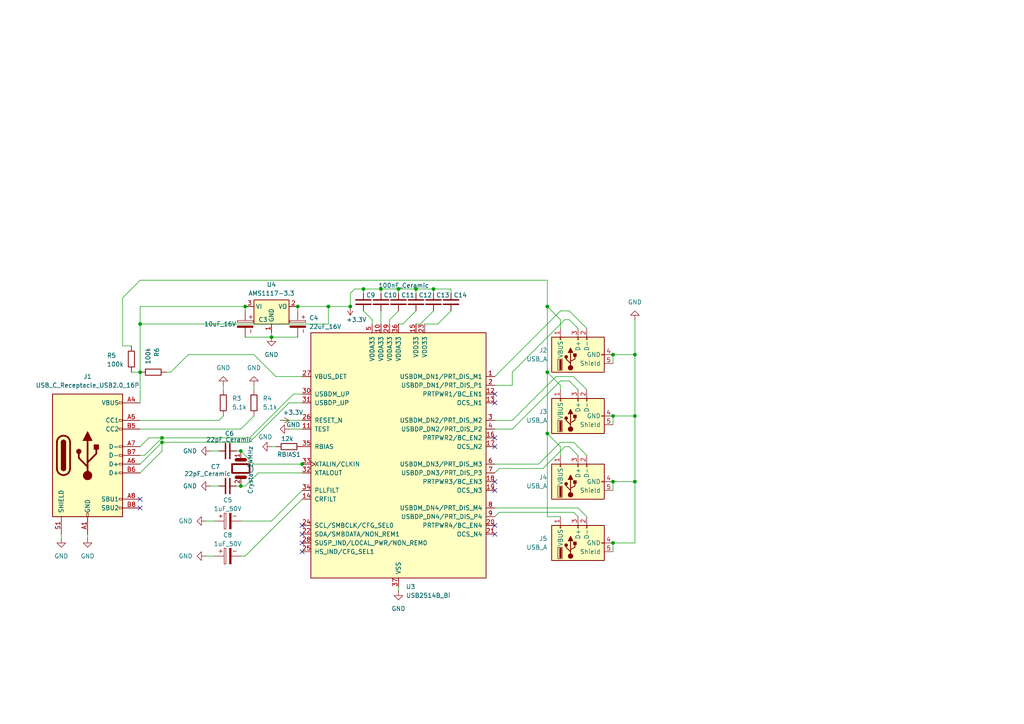
<source format=kicad_sch>
(kicad_sch
	(version 20250114)
	(generator "eeschema")
	(generator_version "9.0")
	(uuid "d06fa732-8da9-42b2-8e1c-63828ac966ea")
	(paper "A4")
	(lib_symbols
		(symbol "Connector:USB_A"
			(pin_names
				(offset 1.016)
			)
			(exclude_from_sim no)
			(in_bom yes)
			(on_board yes)
			(property "Reference" "J"
				(at -5.08 11.43 0)
				(effects
					(font
						(size 1.27 1.27)
					)
					(justify left)
				)
			)
			(property "Value" "USB_A"
				(at -5.08 8.89 0)
				(effects
					(font
						(size 1.27 1.27)
					)
					(justify left)
				)
			)
			(property "Footprint" ""
				(at 3.81 -1.27 0)
				(effects
					(font
						(size 1.27 1.27)
					)
					(hide yes)
				)
			)
			(property "Datasheet" "~"
				(at 3.81 -1.27 0)
				(effects
					(font
						(size 1.27 1.27)
					)
					(hide yes)
				)
			)
			(property "Description" "USB Type A connector"
				(at 0 0 0)
				(effects
					(font
						(size 1.27 1.27)
					)
					(hide yes)
				)
			)
			(property "ki_keywords" "connector USB"
				(at 0 0 0)
				(effects
					(font
						(size 1.27 1.27)
					)
					(hide yes)
				)
			)
			(property "ki_fp_filters" "USB*"
				(at 0 0 0)
				(effects
					(font
						(size 1.27 1.27)
					)
					(hide yes)
				)
			)
			(symbol "USB_A_0_1"
				(rectangle
					(start -5.08 -7.62)
					(end 5.08 7.62)
					(stroke
						(width 0.254)
						(type default)
					)
					(fill
						(type background)
					)
				)
				(circle
					(center -3.81 2.159)
					(radius 0.635)
					(stroke
						(width 0.254)
						(type default)
					)
					(fill
						(type outline)
					)
				)
				(polyline
					(pts
						(xy -3.175 2.159) (xy -2.54 2.159) (xy -1.27 3.429) (xy -0.635 3.429)
					)
					(stroke
						(width 0.254)
						(type default)
					)
					(fill
						(type none)
					)
				)
				(polyline
					(pts
						(xy -2.54 2.159) (xy -1.905 2.159) (xy -1.27 0.889) (xy 0 0.889)
					)
					(stroke
						(width 0.254)
						(type default)
					)
					(fill
						(type none)
					)
				)
				(rectangle
					(start -1.524 4.826)
					(end -4.318 5.334)
					(stroke
						(width 0)
						(type default)
					)
					(fill
						(type outline)
					)
				)
				(rectangle
					(start -1.27 4.572)
					(end -4.572 5.842)
					(stroke
						(width 0)
						(type default)
					)
					(fill
						(type none)
					)
				)
				(circle
					(center -0.635 3.429)
					(radius 0.381)
					(stroke
						(width 0.254)
						(type default)
					)
					(fill
						(type outline)
					)
				)
				(rectangle
					(start -0.127 -7.62)
					(end 0.127 -6.858)
					(stroke
						(width 0)
						(type default)
					)
					(fill
						(type none)
					)
				)
				(rectangle
					(start 0.254 1.27)
					(end -0.508 0.508)
					(stroke
						(width 0.254)
						(type default)
					)
					(fill
						(type outline)
					)
				)
				(polyline
					(pts
						(xy 0.635 2.794) (xy 0.635 1.524) (xy 1.905 2.159) (xy 0.635 2.794)
					)
					(stroke
						(width 0.254)
						(type default)
					)
					(fill
						(type outline)
					)
				)
				(rectangle
					(start 5.08 4.953)
					(end 4.318 5.207)
					(stroke
						(width 0)
						(type default)
					)
					(fill
						(type none)
					)
				)
				(rectangle
					(start 5.08 -0.127)
					(end 4.318 0.127)
					(stroke
						(width 0)
						(type default)
					)
					(fill
						(type none)
					)
				)
				(rectangle
					(start 5.08 -2.667)
					(end 4.318 -2.413)
					(stroke
						(width 0)
						(type default)
					)
					(fill
						(type none)
					)
				)
			)
			(symbol "USB_A_1_1"
				(polyline
					(pts
						(xy -1.905 2.159) (xy 0.635 2.159)
					)
					(stroke
						(width 0.254)
						(type default)
					)
					(fill
						(type none)
					)
				)
				(pin passive line
					(at -2.54 -10.16 90)
					(length 2.54)
					(name "Shield"
						(effects
							(font
								(size 1.27 1.27)
							)
						)
					)
					(number "5"
						(effects
							(font
								(size 1.27 1.27)
							)
						)
					)
				)
				(pin power_in line
					(at 0 -10.16 90)
					(length 2.54)
					(name "GND"
						(effects
							(font
								(size 1.27 1.27)
							)
						)
					)
					(number "4"
						(effects
							(font
								(size 1.27 1.27)
							)
						)
					)
				)
				(pin power_in line
					(at 7.62 5.08 180)
					(length 2.54)
					(name "VBUS"
						(effects
							(font
								(size 1.27 1.27)
							)
						)
					)
					(number "1"
						(effects
							(font
								(size 1.27 1.27)
							)
						)
					)
				)
				(pin bidirectional line
					(at 7.62 0 180)
					(length 2.54)
					(name "D+"
						(effects
							(font
								(size 1.27 1.27)
							)
						)
					)
					(number "3"
						(effects
							(font
								(size 1.27 1.27)
							)
						)
					)
				)
				(pin bidirectional line
					(at 7.62 -2.54 180)
					(length 2.54)
					(name "D-"
						(effects
							(font
								(size 1.27 1.27)
							)
						)
					)
					(number "2"
						(effects
							(font
								(size 1.27 1.27)
							)
						)
					)
				)
			)
			(embedded_fonts no)
		)
		(symbol "Connector:USB_C_Receptacle_USB2.0_16P"
			(pin_names
				(offset 1.016)
			)
			(exclude_from_sim no)
			(in_bom yes)
			(on_board yes)
			(property "Reference" "J"
				(at 0 22.225 0)
				(effects
					(font
						(size 1.27 1.27)
					)
				)
			)
			(property "Value" "USB_C_Receptacle_USB2.0_16P"
				(at 0 19.685 0)
				(effects
					(font
						(size 1.27 1.27)
					)
				)
			)
			(property "Footprint" ""
				(at 3.81 0 0)
				(effects
					(font
						(size 1.27 1.27)
					)
					(hide yes)
				)
			)
			(property "Datasheet" "https://www.usb.org/sites/default/files/documents/usb_type-c.zip"
				(at 3.81 0 0)
				(effects
					(font
						(size 1.27 1.27)
					)
					(hide yes)
				)
			)
			(property "Description" "USB 2.0-only 16P Type-C Receptacle connector"
				(at 0 0 0)
				(effects
					(font
						(size 1.27 1.27)
					)
					(hide yes)
				)
			)
			(property "ki_keywords" "usb universal serial bus type-C USB2.0"
				(at 0 0 0)
				(effects
					(font
						(size 1.27 1.27)
					)
					(hide yes)
				)
			)
			(property "ki_fp_filters" "USB*C*Receptacle*"
				(at 0 0 0)
				(effects
					(font
						(size 1.27 1.27)
					)
					(hide yes)
				)
			)
			(symbol "USB_C_Receptacle_USB2.0_16P_0_0"
				(rectangle
					(start -0.254 -17.78)
					(end 0.254 -16.764)
					(stroke
						(width 0)
						(type default)
					)
					(fill
						(type none)
					)
				)
				(rectangle
					(start 10.16 15.494)
					(end 9.144 14.986)
					(stroke
						(width 0)
						(type default)
					)
					(fill
						(type none)
					)
				)
				(rectangle
					(start 10.16 10.414)
					(end 9.144 9.906)
					(stroke
						(width 0)
						(type default)
					)
					(fill
						(type none)
					)
				)
				(rectangle
					(start 10.16 7.874)
					(end 9.144 7.366)
					(stroke
						(width 0)
						(type default)
					)
					(fill
						(type none)
					)
				)
				(rectangle
					(start 10.16 2.794)
					(end 9.144 2.286)
					(stroke
						(width 0)
						(type default)
					)
					(fill
						(type none)
					)
				)
				(rectangle
					(start 10.16 0.254)
					(end 9.144 -0.254)
					(stroke
						(width 0)
						(type default)
					)
					(fill
						(type none)
					)
				)
				(rectangle
					(start 10.16 -2.286)
					(end 9.144 -2.794)
					(stroke
						(width 0)
						(type default)
					)
					(fill
						(type none)
					)
				)
				(rectangle
					(start 10.16 -4.826)
					(end 9.144 -5.334)
					(stroke
						(width 0)
						(type default)
					)
					(fill
						(type none)
					)
				)
				(rectangle
					(start 10.16 -12.446)
					(end 9.144 -12.954)
					(stroke
						(width 0)
						(type default)
					)
					(fill
						(type none)
					)
				)
				(rectangle
					(start 10.16 -14.986)
					(end 9.144 -15.494)
					(stroke
						(width 0)
						(type default)
					)
					(fill
						(type none)
					)
				)
			)
			(symbol "USB_C_Receptacle_USB2.0_16P_0_1"
				(rectangle
					(start -10.16 17.78)
					(end 10.16 -17.78)
					(stroke
						(width 0.254)
						(type default)
					)
					(fill
						(type background)
					)
				)
				(polyline
					(pts
						(xy -8.89 -3.81) (xy -8.89 3.81)
					)
					(stroke
						(width 0.508)
						(type default)
					)
					(fill
						(type none)
					)
				)
				(rectangle
					(start -7.62 -3.81)
					(end -6.35 3.81)
					(stroke
						(width 0.254)
						(type default)
					)
					(fill
						(type outline)
					)
				)
				(arc
					(start -7.62 3.81)
					(mid -6.985 4.4423)
					(end -6.35 3.81)
					(stroke
						(width 0.254)
						(type default)
					)
					(fill
						(type none)
					)
				)
				(arc
					(start -7.62 3.81)
					(mid -6.985 4.4423)
					(end -6.35 3.81)
					(stroke
						(width 0.254)
						(type default)
					)
					(fill
						(type outline)
					)
				)
				(arc
					(start -8.89 3.81)
					(mid -6.985 5.7067)
					(end -5.08 3.81)
					(stroke
						(width 0.508)
						(type default)
					)
					(fill
						(type none)
					)
				)
				(arc
					(start -5.08 -3.81)
					(mid -6.985 -5.7067)
					(end -8.89 -3.81)
					(stroke
						(width 0.508)
						(type default)
					)
					(fill
						(type none)
					)
				)
				(arc
					(start -6.35 -3.81)
					(mid -6.985 -4.4423)
					(end -7.62 -3.81)
					(stroke
						(width 0.254)
						(type default)
					)
					(fill
						(type none)
					)
				)
				(arc
					(start -6.35 -3.81)
					(mid -6.985 -4.4423)
					(end -7.62 -3.81)
					(stroke
						(width 0.254)
						(type default)
					)
					(fill
						(type outline)
					)
				)
				(polyline
					(pts
						(xy -5.08 3.81) (xy -5.08 -3.81)
					)
					(stroke
						(width 0.508)
						(type default)
					)
					(fill
						(type none)
					)
				)
				(circle
					(center -2.54 1.143)
					(radius 0.635)
					(stroke
						(width 0.254)
						(type default)
					)
					(fill
						(type outline)
					)
				)
				(polyline
					(pts
						(xy -1.27 4.318) (xy 0 6.858) (xy 1.27 4.318) (xy -1.27 4.318)
					)
					(stroke
						(width 0.254)
						(type default)
					)
					(fill
						(type outline)
					)
				)
				(polyline
					(pts
						(xy 0 -2.032) (xy 2.54 0.508) (xy 2.54 1.778)
					)
					(stroke
						(width 0.508)
						(type default)
					)
					(fill
						(type none)
					)
				)
				(polyline
					(pts
						(xy 0 -3.302) (xy -2.54 -0.762) (xy -2.54 0.508)
					)
					(stroke
						(width 0.508)
						(type default)
					)
					(fill
						(type none)
					)
				)
				(polyline
					(pts
						(xy 0 -5.842) (xy 0 4.318)
					)
					(stroke
						(width 0.508)
						(type default)
					)
					(fill
						(type none)
					)
				)
				(circle
					(center 0 -5.842)
					(radius 1.27)
					(stroke
						(width 0)
						(type default)
					)
					(fill
						(type outline)
					)
				)
				(rectangle
					(start 1.905 1.778)
					(end 3.175 3.048)
					(stroke
						(width 0.254)
						(type default)
					)
					(fill
						(type outline)
					)
				)
			)
			(symbol "USB_C_Receptacle_USB2.0_16P_1_1"
				(pin passive line
					(at -7.62 -22.86 90)
					(length 5.08)
					(name "SHIELD"
						(effects
							(font
								(size 1.27 1.27)
							)
						)
					)
					(number "S1"
						(effects
							(font
								(size 1.27 1.27)
							)
						)
					)
				)
				(pin passive line
					(at 0 -22.86 90)
					(length 5.08)
					(name "GND"
						(effects
							(font
								(size 1.27 1.27)
							)
						)
					)
					(number "A1"
						(effects
							(font
								(size 1.27 1.27)
							)
						)
					)
				)
				(pin passive line
					(at 0 -22.86 90)
					(length 5.08)
					(hide yes)
					(name "GND"
						(effects
							(font
								(size 1.27 1.27)
							)
						)
					)
					(number "A12"
						(effects
							(font
								(size 1.27 1.27)
							)
						)
					)
				)
				(pin passive line
					(at 0 -22.86 90)
					(length 5.08)
					(hide yes)
					(name "GND"
						(effects
							(font
								(size 1.27 1.27)
							)
						)
					)
					(number "B1"
						(effects
							(font
								(size 1.27 1.27)
							)
						)
					)
				)
				(pin passive line
					(at 0 -22.86 90)
					(length 5.08)
					(hide yes)
					(name "GND"
						(effects
							(font
								(size 1.27 1.27)
							)
						)
					)
					(number "B12"
						(effects
							(font
								(size 1.27 1.27)
							)
						)
					)
				)
				(pin passive line
					(at 15.24 15.24 180)
					(length 5.08)
					(name "VBUS"
						(effects
							(font
								(size 1.27 1.27)
							)
						)
					)
					(number "A4"
						(effects
							(font
								(size 1.27 1.27)
							)
						)
					)
				)
				(pin passive line
					(at 15.24 15.24 180)
					(length 5.08)
					(hide yes)
					(name "VBUS"
						(effects
							(font
								(size 1.27 1.27)
							)
						)
					)
					(number "A9"
						(effects
							(font
								(size 1.27 1.27)
							)
						)
					)
				)
				(pin passive line
					(at 15.24 15.24 180)
					(length 5.08)
					(hide yes)
					(name "VBUS"
						(effects
							(font
								(size 1.27 1.27)
							)
						)
					)
					(number "B4"
						(effects
							(font
								(size 1.27 1.27)
							)
						)
					)
				)
				(pin passive line
					(at 15.24 15.24 180)
					(length 5.08)
					(hide yes)
					(name "VBUS"
						(effects
							(font
								(size 1.27 1.27)
							)
						)
					)
					(number "B9"
						(effects
							(font
								(size 1.27 1.27)
							)
						)
					)
				)
				(pin bidirectional line
					(at 15.24 10.16 180)
					(length 5.08)
					(name "CC1"
						(effects
							(font
								(size 1.27 1.27)
							)
						)
					)
					(number "A5"
						(effects
							(font
								(size 1.27 1.27)
							)
						)
					)
				)
				(pin bidirectional line
					(at 15.24 7.62 180)
					(length 5.08)
					(name "CC2"
						(effects
							(font
								(size 1.27 1.27)
							)
						)
					)
					(number "B5"
						(effects
							(font
								(size 1.27 1.27)
							)
						)
					)
				)
				(pin bidirectional line
					(at 15.24 2.54 180)
					(length 5.08)
					(name "D-"
						(effects
							(font
								(size 1.27 1.27)
							)
						)
					)
					(number "A7"
						(effects
							(font
								(size 1.27 1.27)
							)
						)
					)
				)
				(pin bidirectional line
					(at 15.24 0 180)
					(length 5.08)
					(name "D-"
						(effects
							(font
								(size 1.27 1.27)
							)
						)
					)
					(number "B7"
						(effects
							(font
								(size 1.27 1.27)
							)
						)
					)
				)
				(pin bidirectional line
					(at 15.24 -2.54 180)
					(length 5.08)
					(name "D+"
						(effects
							(font
								(size 1.27 1.27)
							)
						)
					)
					(number "A6"
						(effects
							(font
								(size 1.27 1.27)
							)
						)
					)
				)
				(pin bidirectional line
					(at 15.24 -5.08 180)
					(length 5.08)
					(name "D+"
						(effects
							(font
								(size 1.27 1.27)
							)
						)
					)
					(number "B6"
						(effects
							(font
								(size 1.27 1.27)
							)
						)
					)
				)
				(pin bidirectional line
					(at 15.24 -12.7 180)
					(length 5.08)
					(name "SBU1"
						(effects
							(font
								(size 1.27 1.27)
							)
						)
					)
					(number "A8"
						(effects
							(font
								(size 1.27 1.27)
							)
						)
					)
				)
				(pin bidirectional line
					(at 15.24 -15.24 180)
					(length 5.08)
					(name "SBU2"
						(effects
							(font
								(size 1.27 1.27)
							)
						)
					)
					(number "B8"
						(effects
							(font
								(size 1.27 1.27)
							)
						)
					)
				)
			)
			(embedded_fonts no)
		)
		(symbol "Interface_USB:USB2514B_Bi"
			(pin_names
				(offset 1.016)
			)
			(exclude_from_sim no)
			(in_bom yes)
			(on_board yes)
			(property "Reference" "U"
				(at -17.78 40.64 0)
				(effects
					(font
						(size 1.27 1.27)
					)
				)
			)
			(property "Value" "USB2514B_Bi"
				(at -20.32 38.1 0)
				(effects
					(font
						(size 1.27 1.27)
					)
				)
			)
			(property "Footprint" "Package_DFN_QFN:QFN-36-1EP_6x6mm_P0.5mm_EP3.7x3.7mm"
				(at 33.02 -38.1 0)
				(effects
					(font
						(size 1.27 1.27)
					)
					(hide yes)
				)
			)
			(property "Datasheet" "http://ww1.microchip.com/downloads/en/DeviceDoc/00001692C.pdf"
				(at 40.64 -40.64 0)
				(effects
					(font
						(size 1.27 1.27)
					)
					(hide yes)
				)
			)
			(property "Description" "USB 2.0 Hi-Speed Hub Controller"
				(at 0 0 0)
				(effects
					(font
						(size 1.27 1.27)
					)
					(hide yes)
				)
			)
			(property "ki_keywords" "USB2.0 Hi-Speed-USB-Hub Hub-Controller"
				(at 0 0 0)
				(effects
					(font
						(size 1.27 1.27)
					)
					(hide yes)
				)
			)
			(property "ki_fp_filters" "QFN*6x6mm*P0.5mm*"
				(at 0 0 0)
				(effects
					(font
						(size 1.27 1.27)
					)
					(hide yes)
				)
			)
			(symbol "USB2514B_Bi_0_1"
				(rectangle
					(start -25.4 35.56)
					(end 25.4 -35.56)
					(stroke
						(width 0.254)
						(type default)
					)
					(fill
						(type background)
					)
				)
			)
			(symbol "USB2514B_Bi_1_1"
				(pin input line
					(at -27.94 22.86 0)
					(length 2.54)
					(name "VBUS_DET"
						(effects
							(font
								(size 1.27 1.27)
							)
						)
					)
					(number "27"
						(effects
							(font
								(size 1.27 1.27)
							)
						)
					)
				)
				(pin bidirectional line
					(at -27.94 17.78 0)
					(length 2.54)
					(name "USBDM_UP"
						(effects
							(font
								(size 1.27 1.27)
							)
						)
					)
					(number "30"
						(effects
							(font
								(size 1.27 1.27)
							)
						)
					)
				)
				(pin bidirectional line
					(at -27.94 15.24 0)
					(length 2.54)
					(name "USBDP_UP"
						(effects
							(font
								(size 1.27 1.27)
							)
						)
					)
					(number "31"
						(effects
							(font
								(size 1.27 1.27)
							)
						)
					)
				)
				(pin input line
					(at -27.94 10.16 0)
					(length 2.54)
					(name "RESET_N"
						(effects
							(font
								(size 1.27 1.27)
							)
						)
					)
					(number "26"
						(effects
							(font
								(size 1.27 1.27)
							)
						)
					)
				)
				(pin input line
					(at -27.94 7.62 0)
					(length 2.54)
					(name "TEST"
						(effects
							(font
								(size 1.27 1.27)
							)
						)
					)
					(number "11"
						(effects
							(font
								(size 1.27 1.27)
							)
						)
					)
				)
				(pin input line
					(at -27.94 2.54 0)
					(length 2.54)
					(name "RBIAS"
						(effects
							(font
								(size 1.27 1.27)
							)
						)
					)
					(number "35"
						(effects
							(font
								(size 1.27 1.27)
							)
						)
					)
				)
				(pin input clock
					(at -27.94 -2.54 0)
					(length 2.54)
					(name "XTALIN/CLKIN"
						(effects
							(font
								(size 1.27 1.27)
							)
						)
					)
					(number "33"
						(effects
							(font
								(size 1.27 1.27)
							)
						)
					)
				)
				(pin output line
					(at -27.94 -5.08 0)
					(length 2.54)
					(name "XTALOUT"
						(effects
							(font
								(size 1.27 1.27)
							)
						)
					)
					(number "32"
						(effects
							(font
								(size 1.27 1.27)
							)
						)
					)
				)
				(pin input line
					(at -27.94 -10.16 0)
					(length 2.54)
					(name "PLLFILT"
						(effects
							(font
								(size 1.27 1.27)
							)
						)
					)
					(number "34"
						(effects
							(font
								(size 1.27 1.27)
							)
						)
					)
				)
				(pin input line
					(at -27.94 -12.7 0)
					(length 2.54)
					(name "CRFILT"
						(effects
							(font
								(size 1.27 1.27)
							)
						)
					)
					(number "14"
						(effects
							(font
								(size 1.27 1.27)
							)
						)
					)
				)
				(pin bidirectional line
					(at -27.94 -20.32 0)
					(length 2.54)
					(name "SCL/SMBCLK/CFG_SEL0"
						(effects
							(font
								(size 1.27 1.27)
							)
						)
					)
					(number "24"
						(effects
							(font
								(size 1.27 1.27)
							)
						)
					)
				)
				(pin bidirectional line
					(at -27.94 -22.86 0)
					(length 2.54)
					(name "SDA/SMBDATA/NON_REM1"
						(effects
							(font
								(size 1.27 1.27)
							)
						)
					)
					(number "22"
						(effects
							(font
								(size 1.27 1.27)
							)
						)
					)
				)
				(pin bidirectional line
					(at -27.94 -25.4 0)
					(length 2.54)
					(name "SUSP_IND/LOCAL_PWR/NON_REM0"
						(effects
							(font
								(size 1.27 1.27)
							)
						)
					)
					(number "28"
						(effects
							(font
								(size 1.27 1.27)
							)
						)
					)
				)
				(pin bidirectional line
					(at -27.94 -27.94 0)
					(length 2.54)
					(name "HS_IND/CFG_SEL1"
						(effects
							(font
								(size 1.27 1.27)
							)
						)
					)
					(number "25"
						(effects
							(font
								(size 1.27 1.27)
							)
						)
					)
				)
				(pin power_in line
					(at -7.62 38.1 270)
					(length 2.54)
					(name "VDDA33"
						(effects
							(font
								(size 1.27 1.27)
							)
						)
					)
					(number "5"
						(effects
							(font
								(size 1.27 1.27)
							)
						)
					)
				)
				(pin power_in line
					(at -5.08 38.1 270)
					(length 2.54)
					(name "VDDA33"
						(effects
							(font
								(size 1.27 1.27)
							)
						)
					)
					(number "10"
						(effects
							(font
								(size 1.27 1.27)
							)
						)
					)
				)
				(pin power_in line
					(at -2.54 38.1 270)
					(length 2.54)
					(name "VDDA33"
						(effects
							(font
								(size 1.27 1.27)
							)
						)
					)
					(number "29"
						(effects
							(font
								(size 1.27 1.27)
							)
						)
					)
				)
				(pin power_in line
					(at 0 38.1 270)
					(length 2.54)
					(name "VDDA33"
						(effects
							(font
								(size 1.27 1.27)
							)
						)
					)
					(number "36"
						(effects
							(font
								(size 1.27 1.27)
							)
						)
					)
				)
				(pin power_in line
					(at 0 -38.1 90)
					(length 2.54)
					(name "VSS"
						(effects
							(font
								(size 1.27 1.27)
							)
						)
					)
					(number "37"
						(effects
							(font
								(size 1.27 1.27)
							)
						)
					)
				)
				(pin power_in line
					(at 5.08 38.1 270)
					(length 2.54)
					(name "VDD33"
						(effects
							(font
								(size 1.27 1.27)
							)
						)
					)
					(number "15"
						(effects
							(font
								(size 1.27 1.27)
							)
						)
					)
				)
				(pin power_in line
					(at 7.62 38.1 270)
					(length 2.54)
					(name "VDD33"
						(effects
							(font
								(size 1.27 1.27)
							)
						)
					)
					(number "23"
						(effects
							(font
								(size 1.27 1.27)
							)
						)
					)
				)
				(pin bidirectional line
					(at 27.94 22.86 180)
					(length 2.54)
					(name "USBDM_DN1/PRT_DIS_M1"
						(effects
							(font
								(size 1.27 1.27)
							)
						)
					)
					(number "1"
						(effects
							(font
								(size 1.27 1.27)
							)
						)
					)
				)
				(pin bidirectional line
					(at 27.94 20.32 180)
					(length 2.54)
					(name "USBDP_DN1/PRT_DIS_P1"
						(effects
							(font
								(size 1.27 1.27)
							)
						)
					)
					(number "2"
						(effects
							(font
								(size 1.27 1.27)
							)
						)
					)
				)
				(pin bidirectional line
					(at 27.94 17.78 180)
					(length 2.54)
					(name "PRTPWR1/BC_EN1"
						(effects
							(font
								(size 1.27 1.27)
							)
						)
					)
					(number "12"
						(effects
							(font
								(size 1.27 1.27)
							)
						)
					)
				)
				(pin input line
					(at 27.94 15.24 180)
					(length 2.54)
					(name "OCS_N1"
						(effects
							(font
								(size 1.27 1.27)
							)
						)
					)
					(number "13"
						(effects
							(font
								(size 1.27 1.27)
							)
						)
					)
				)
				(pin bidirectional line
					(at 27.94 10.16 180)
					(length 2.54)
					(name "USBDM_DN2/PRT_DIS_M2"
						(effects
							(font
								(size 1.27 1.27)
							)
						)
					)
					(number "3"
						(effects
							(font
								(size 1.27 1.27)
							)
						)
					)
				)
				(pin bidirectional line
					(at 27.94 7.62 180)
					(length 2.54)
					(name "USBDP_DN2/PRT_DIS_P2"
						(effects
							(font
								(size 1.27 1.27)
							)
						)
					)
					(number "4"
						(effects
							(font
								(size 1.27 1.27)
							)
						)
					)
				)
				(pin bidirectional line
					(at 27.94 5.08 180)
					(length 2.54)
					(name "PRTPWR2/BC_EN2"
						(effects
							(font
								(size 1.27 1.27)
							)
						)
					)
					(number "16"
						(effects
							(font
								(size 1.27 1.27)
							)
						)
					)
				)
				(pin input line
					(at 27.94 2.54 180)
					(length 2.54)
					(name "OCS_N2"
						(effects
							(font
								(size 1.27 1.27)
							)
						)
					)
					(number "17"
						(effects
							(font
								(size 1.27 1.27)
							)
						)
					)
				)
				(pin bidirectional line
					(at 27.94 -2.54 180)
					(length 2.54)
					(name "USBDM_DN3/PRT_DIS_M3"
						(effects
							(font
								(size 1.27 1.27)
							)
						)
					)
					(number "6"
						(effects
							(font
								(size 1.27 1.27)
							)
						)
					)
				)
				(pin bidirectional line
					(at 27.94 -5.08 180)
					(length 2.54)
					(name "USBDP_DN3/PRT_DIS_P3"
						(effects
							(font
								(size 1.27 1.27)
							)
						)
					)
					(number "7"
						(effects
							(font
								(size 1.27 1.27)
							)
						)
					)
				)
				(pin bidirectional line
					(at 27.94 -7.62 180)
					(length 2.54)
					(name "PRTPWR3/BC_EN3"
						(effects
							(font
								(size 1.27 1.27)
							)
						)
					)
					(number "18"
						(effects
							(font
								(size 1.27 1.27)
							)
						)
					)
				)
				(pin input line
					(at 27.94 -10.16 180)
					(length 2.54)
					(name "OCS_N3"
						(effects
							(font
								(size 1.27 1.27)
							)
						)
					)
					(number "19"
						(effects
							(font
								(size 1.27 1.27)
							)
						)
					)
				)
				(pin bidirectional line
					(at 27.94 -15.24 180)
					(length 2.54)
					(name "USBDM_DN4/PRT_DIS_M4"
						(effects
							(font
								(size 1.27 1.27)
							)
						)
					)
					(number "8"
						(effects
							(font
								(size 1.27 1.27)
							)
						)
					)
				)
				(pin bidirectional line
					(at 27.94 -17.78 180)
					(length 2.54)
					(name "USBDP_DN4/PRT_DIS_P4"
						(effects
							(font
								(size 1.27 1.27)
							)
						)
					)
					(number "9"
						(effects
							(font
								(size 1.27 1.27)
							)
						)
					)
				)
				(pin bidirectional line
					(at 27.94 -20.32 180)
					(length 2.54)
					(name "PRTPWR4/BC_EN4"
						(effects
							(font
								(size 1.27 1.27)
							)
						)
					)
					(number "20"
						(effects
							(font
								(size 1.27 1.27)
							)
						)
					)
				)
				(pin input line
					(at 27.94 -22.86 180)
					(length 2.54)
					(name "OCS_N4"
						(effects
							(font
								(size 1.27 1.27)
							)
						)
					)
					(number "21"
						(effects
							(font
								(size 1.27 1.27)
							)
						)
					)
				)
			)
			(embedded_fonts no)
		)
		(symbol "PCM_SL_Capacitors:100nF_Ceramic"
			(exclude_from_sim no)
			(in_bom yes)
			(on_board yes)
			(property "Reference" "C"
				(at 0 6.35 0)
				(effects
					(font
						(size 1.27 1.27)
					)
				)
			)
			(property "Value" "100nF_Ceramic"
				(at 0 3.81 0)
				(effects
					(font
						(size 1.27 1.27)
					)
				)
			)
			(property "Footprint" "Capacitor_THT:C_Disc_D5.0mm_W2.5mm_P2.50mm"
				(at 0 -3.81 0)
				(effects
					(font
						(size 1.27 1.27)
					)
					(hide yes)
				)
			)
			(property "Datasheet" ""
				(at 0 0 0)
				(effects
					(font
						(size 1.27 1.27)
					)
					(hide yes)
				)
			)
			(property "Description" "100nF Ceramic Capacitor"
				(at 0 0 0)
				(effects
					(font
						(size 1.27 1.27)
					)
					(hide yes)
				)
			)
			(property "ki_keywords" "Ceramic Capacitor 104 100nF"
				(at 0 0 0)
				(effects
					(font
						(size 1.27 1.27)
					)
					(hide yes)
				)
			)
			(symbol "100nF_Ceramic_0_1"
				(rectangle
					(start -0.762 2.286)
					(end -0.508 -2.286)
					(stroke
						(width 0)
						(type default)
					)
					(fill
						(type outline)
					)
				)
				(rectangle
					(start 0.508 2.286)
					(end 0.762 -2.286)
					(stroke
						(width 0)
						(type default)
					)
					(fill
						(type outline)
					)
				)
			)
			(symbol "100nF_Ceramic_1_1"
				(pin passive line
					(at -2.54 0 0)
					(length 2)
					(name "~"
						(effects
							(font
								(size 0 0)
							)
						)
					)
					(number "1"
						(effects
							(font
								(size 0 0)
							)
						)
					)
				)
				(pin input line
					(at 2.54 0 180)
					(length 2)
					(name "~"
						(effects
							(font
								(size 0 0)
							)
						)
					)
					(number "2"
						(effects
							(font
								(size 0 0)
							)
						)
					)
				)
			)
			(embedded_fonts no)
		)
		(symbol "PCM_SL_Capacitors:10uF_16V"
			(exclude_from_sim no)
			(in_bom yes)
			(on_board yes)
			(property "Reference" "C"
				(at 0 7.62 0)
				(effects
					(font
						(size 1.27 1.27)
					)
				)
			)
			(property "Value" "10uF_16V"
				(at 0 5.08 0)
				(effects
					(font
						(size 1.27 1.27)
					)
				)
			)
			(property "Footprint" "Capacitor_THT:CP_Radial_D5.0mm_P2.00mm"
				(at 0.762 -3.81 0)
				(effects
					(font
						(size 1.27 1.27)
					)
					(hide yes)
				)
			)
			(property "Datasheet" ""
				(at 0.508 0 0)
				(effects
					(font
						(size 1.27 1.27)
					)
					(hide yes)
				)
			)
			(property "Description" "10uF, 16V Electrolytic Capacitor"
				(at 0 0 0)
				(effects
					(font
						(size 1.27 1.27)
					)
					(hide yes)
				)
			)
			(property "ki_keywords" "Electrolytic Capacitor"
				(at 0 0 0)
				(effects
					(font
						(size 1.27 1.27)
					)
					(hide yes)
				)
			)
			(property "ki_fp_filters" "Capacitor_THT:CP_Radial_D5.0mm_* Capacitor_THT:CP_Radial_D4.0mm_* Capacitor_THT:CP_Radial_D6.3mm_* Capacitor_THT:CP_Radial_D7.5mm_* Capacitor_THT:CP_Radial_D8.0mm_* Capacitor_THT:CP_Radial_D10.0mm_* Capacitor_THT:CP_Radial_D14.0mm_* Capacitor_THT:CP_Radial_D16.0mm_* Capacitor_THT:CP_Radial_D18.0mm_*"
				(at 0 0 0)
				(effects
					(font
						(size 1.27 1.27)
					)
					(hide yes)
				)
			)
			(symbol "10uF_16V_0_0"
				(text "+"
					(at -2.032 1.524 0)
					(effects
						(font
							(size 1.27 1.27)
						)
					)
				)
				(text "-"
					(at 2.032 1.524 0)
					(effects
						(font
							(size 1.27 1.27)
						)
					)
				)
			)
			(symbol "10uF_16V_0_1"
				(rectangle
					(start -1.016 -2.286)
					(end -0.508 2.286)
					(stroke
						(width 0)
						(type default)
					)
					(fill
						(type none)
					)
				)
				(rectangle
					(start 0.508 -2.286)
					(end 1.016 2.286)
					(stroke
						(width 0)
						(type default)
					)
					(fill
						(type outline)
					)
				)
			)
			(symbol "10uF_16V_1_1"
				(pin passive line
					(at -3.81 0 0)
					(length 2.7)
					(name "~"
						(effects
							(font
								(size 0 0)
							)
						)
					)
					(number "1"
						(effects
							(font
								(size 0 0)
							)
						)
					)
				)
				(pin input line
					(at 3.81 0 180)
					(length 2.7)
					(name "~"
						(effects
							(font
								(size 0 0)
							)
						)
					)
					(number "2"
						(effects
							(font
								(size 0 0)
							)
						)
					)
				)
			)
			(embedded_fonts no)
		)
		(symbol "PCM_SL_Capacitors:1nF_Ceramic"
			(exclude_from_sim no)
			(in_bom yes)
			(on_board yes)
			(property "Reference" "C"
				(at 0 6.35 0)
				(effects
					(font
						(size 1.27 1.27)
					)
				)
			)
			(property "Value" "1nF_Ceramic"
				(at 0 3.81 0)
				(effects
					(font
						(size 1.27 1.27)
					)
				)
			)
			(property "Footprint" "Capacitor_THT:C_Disc_D5.0mm_W2.5mm_P2.50mm"
				(at 0 -3.81 0)
				(effects
					(font
						(size 1.27 1.27)
					)
					(hide yes)
				)
			)
			(property "Datasheet" ""
				(at 0 0 0)
				(effects
					(font
						(size 1.27 1.27)
					)
					(hide yes)
				)
			)
			(property "Description" "1nF Ceramic Capacitor"
				(at 0 0 0)
				(effects
					(font
						(size 1.27 1.27)
					)
					(hide yes)
				)
			)
			(property "ki_keywords" "Ceramic Capacitor 102 1nF"
				(at 0 0 0)
				(effects
					(font
						(size 1.27 1.27)
					)
					(hide yes)
				)
			)
			(symbol "1nF_Ceramic_0_1"
				(rectangle
					(start -0.762 2.286)
					(end -0.508 -2.286)
					(stroke
						(width 0)
						(type default)
					)
					(fill
						(type outline)
					)
				)
				(rectangle
					(start 0.508 2.286)
					(end 0.762 -2.286)
					(stroke
						(width 0)
						(type default)
					)
					(fill
						(type outline)
					)
				)
			)
			(symbol "1nF_Ceramic_1_1"
				(pin passive line
					(at -2.54 0 0)
					(length 2)
					(name "~"
						(effects
							(font
								(size 0 0)
							)
						)
					)
					(number "1"
						(effects
							(font
								(size 0 0)
							)
						)
					)
				)
				(pin input line
					(at 2.54 0 180)
					(length 2)
					(name "~"
						(effects
							(font
								(size 0 0)
							)
						)
					)
					(number "2"
						(effects
							(font
								(size 0 0)
							)
						)
					)
				)
			)
			(embedded_fonts no)
		)
		(symbol "PCM_SL_Capacitors:1uF_50V"
			(exclude_from_sim no)
			(in_bom yes)
			(on_board yes)
			(property "Reference" "C"
				(at 0 7.62 0)
				(effects
					(font
						(size 1.27 1.27)
					)
				)
			)
			(property "Value" "1uF_50V"
				(at 0 5.08 0)
				(effects
					(font
						(size 1.27 1.27)
					)
				)
			)
			(property "Footprint" "Capacitor_THT:CP_Radial_D4.0mm_P1.50mm"
				(at 0.762 -3.81 0)
				(effects
					(font
						(size 1.27 1.27)
					)
					(hide yes)
				)
			)
			(property "Datasheet" ""
				(at 0.508 0 0)
				(effects
					(font
						(size 1.27 1.27)
					)
					(hide yes)
				)
			)
			(property "Description" "1uF, 50V Electrolytic Capacitor"
				(at 0 0 0)
				(effects
					(font
						(size 1.27 1.27)
					)
					(hide yes)
				)
			)
			(property "ki_keywords" "Electrolytic Capacitor"
				(at 0 0 0)
				(effects
					(font
						(size 1.27 1.27)
					)
					(hide yes)
				)
			)
			(property "ki_fp_filters" "Capacitor_THT:CP_Radial_D5.0mm_* Capacitor_THT:CP_Radial_D4.0mm_* Capacitor_THT:CP_Radial_D6.3mm_* Capacitor_THT:CP_Radial_D7.5mm_* Capacitor_THT:CP_Radial_D8.0mm_* Capacitor_THT:CP_Radial_D10.0mm_* Capacitor_THT:CP_Radial_D14.0mm_* Capacitor_THT:CP_Radial_D16.0mm_* Capacitor_THT:CP_Radial_D18.0mm_*"
				(at 0 0 0)
				(effects
					(font
						(size 1.27 1.27)
					)
					(hide yes)
				)
			)
			(symbol "1uF_50V_0_0"
				(text "+"
					(at -2.032 1.524 0)
					(effects
						(font
							(size 1.27 1.27)
						)
					)
				)
				(text "-"
					(at 2.032 1.524 0)
					(effects
						(font
							(size 1.27 1.27)
						)
					)
				)
			)
			(symbol "1uF_50V_0_1"
				(rectangle
					(start -1.016 -2.286)
					(end -0.508 2.286)
					(stroke
						(width 0)
						(type default)
					)
					(fill
						(type none)
					)
				)
				(rectangle
					(start 0.508 -2.286)
					(end 1.016 2.286)
					(stroke
						(width 0)
						(type default)
					)
					(fill
						(type outline)
					)
				)
			)
			(symbol "1uF_50V_1_1"
				(pin passive line
					(at -3.81 0 0)
					(length 2.7)
					(name "~"
						(effects
							(font
								(size 0 0)
							)
						)
					)
					(number "1"
						(effects
							(font
								(size 0 0)
							)
						)
					)
				)
				(pin input line
					(at 3.81 0 180)
					(length 2.7)
					(name "~"
						(effects
							(font
								(size 0 0)
							)
						)
					)
					(number "2"
						(effects
							(font
								(size 0 0)
							)
						)
					)
				)
			)
			(embedded_fonts no)
		)
		(symbol "PCM_SL_Capacitors:22uF_16V"
			(exclude_from_sim no)
			(in_bom yes)
			(on_board yes)
			(property "Reference" "C"
				(at 0 7.62 0)
				(effects
					(font
						(size 1.27 1.27)
					)
				)
			)
			(property "Value" "22uF_16V"
				(at 0 5.08 0)
				(effects
					(font
						(size 1.27 1.27)
					)
				)
			)
			(property "Footprint" "Capacitor_THT:CP_Radial_D4.0mm_P1.50mm"
				(at 0.762 -3.81 0)
				(effects
					(font
						(size 1.27 1.27)
					)
					(hide yes)
				)
			)
			(property "Datasheet" ""
				(at 0.508 0 0)
				(effects
					(font
						(size 1.27 1.27)
					)
					(hide yes)
				)
			)
			(property "Description" "22uF, 16V Electrolytic Capacitor"
				(at 0 0 0)
				(effects
					(font
						(size 1.27 1.27)
					)
					(hide yes)
				)
			)
			(property "ki_keywords" "Electrolytic Capacitor"
				(at 0 0 0)
				(effects
					(font
						(size 1.27 1.27)
					)
					(hide yes)
				)
			)
			(property "ki_fp_filters" "Capacitor_THT:CP_Radial_D5.0mm_* Capacitor_THT:CP_Radial_D4.0mm_* Capacitor_THT:CP_Radial_D6.3mm_* Capacitor_THT:CP_Radial_D7.5mm_* Capacitor_THT:CP_Radial_D8.0mm_* Capacitor_THT:CP_Radial_D10.0mm_* Capacitor_THT:CP_Radial_D14.0mm_* Capacitor_THT:CP_Radial_D16.0mm_* Capacitor_THT:CP_Radial_D18.0mm_*"
				(at 0 0 0)
				(effects
					(font
						(size 1.27 1.27)
					)
					(hide yes)
				)
			)
			(symbol "22uF_16V_0_0"
				(text "+"
					(at -2.032 1.524 0)
					(effects
						(font
							(size 1.27 1.27)
						)
					)
				)
				(text "-"
					(at 2.032 1.524 0)
					(effects
						(font
							(size 1.27 1.27)
						)
					)
				)
			)
			(symbol "22uF_16V_0_1"
				(rectangle
					(start -1.016 -2.286)
					(end -0.508 2.286)
					(stroke
						(width 0)
						(type default)
					)
					(fill
						(type none)
					)
				)
				(rectangle
					(start 0.508 -2.286)
					(end 1.016 2.286)
					(stroke
						(width 0)
						(type default)
					)
					(fill
						(type outline)
					)
				)
			)
			(symbol "22uF_16V_1_1"
				(pin passive line
					(at -3.81 0 0)
					(length 2.7)
					(name "~"
						(effects
							(font
								(size 0 0)
							)
						)
					)
					(number "1"
						(effects
							(font
								(size 0 0)
							)
						)
					)
				)
				(pin input line
					(at 3.81 0 180)
					(length 2.7)
					(name "~"
						(effects
							(font
								(size 0 0)
							)
						)
					)
					(number "2"
						(effects
							(font
								(size 0 0)
							)
						)
					)
				)
			)
			(embedded_fonts no)
		)
		(symbol "PCM_SL_Devices:Crystal_24MHz"
			(exclude_from_sim no)
			(in_bom yes)
			(on_board yes)
			(property "Reference" "Y"
				(at 0 7.62 0)
				(effects
					(font
						(size 1.27 1.27)
					)
				)
			)
			(property "Value" "Crystal_24MHz"
				(at 0 5.08 0)
				(effects
					(font
						(size 1.27 1.27)
					)
				)
			)
			(property "Footprint" "Crystal:Crystal_HC49-4H_Vertical"
				(at 0 -3.81 0)
				(effects
					(font
						(size 1.27 1.27)
					)
					(hide yes)
				)
			)
			(property "Datasheet" ""
				(at 0 1.27 0)
				(effects
					(font
						(size 1.27 1.27)
					)
					(hide yes)
				)
			)
			(property "Description" "24Mz Crystal"
				(at 0 0 0)
				(effects
					(font
						(size 1.27 1.27)
					)
					(hide yes)
				)
			)
			(property "ki_keywords" "24Mz Crystal"
				(at 0 0 0)
				(effects
					(font
						(size 1.27 1.27)
					)
					(hide yes)
				)
			)
			(symbol "Crystal_24MHz_0_1"
				(polyline
					(pts
						(xy -2.54 1.27) (xy -2.54 -1.27)
					)
					(stroke
						(width 1)
						(type default)
					)
					(fill
						(type none)
					)
				)
				(rectangle
					(start -1.27 2.54)
					(end 1.27 -2.54)
					(stroke
						(width 0.5)
						(type default)
					)
					(fill
						(type none)
					)
				)
				(polyline
					(pts
						(xy 2.54 1.27) (xy 2.54 -1.27)
					)
					(stroke
						(width 1)
						(type default)
					)
					(fill
						(type none)
					)
				)
			)
			(symbol "Crystal_24MHz_1_1"
				(pin passive line
					(at -5.08 0 0)
					(length 2.54)
					(name ""
						(effects
							(font
								(size 1.27 1.27)
							)
						)
					)
					(number "1"
						(effects
							(font
								(size 1.27 1.27)
							)
						)
					)
				)
				(pin passive line
					(at 5.08 0 180)
					(length 2.54)
					(name ""
						(effects
							(font
								(size 1.27 1.27)
							)
						)
					)
					(number "2"
						(effects
							(font
								(size 1.27 1.27)
							)
						)
					)
				)
			)
			(embedded_fonts no)
		)
		(symbol "PCM_SL_Resistors:100k"
			(exclude_from_sim no)
			(in_bom yes)
			(on_board yes)
			(property "Reference" "R"
				(at 0 5.08 0)
				(effects
					(font
						(size 1.27 1.27)
					)
				)
			)
			(property "Value" "100k"
				(at 0 2.54 0)
				(effects
					(font
						(size 1.27 1.27)
					)
				)
			)
			(property "Footprint" "Resistor_THT:R_Axial_DIN0207_L6.3mm_D2.5mm_P10.16mm_Horizontal"
				(at 0.889 -4.318 0)
				(effects
					(font
						(size 1.27 1.27)
					)
					(hide yes)
				)
			)
			(property "Datasheet" ""
				(at 0.508 0 0)
				(effects
					(font
						(size 1.27 1.27)
					)
					(hide yes)
				)
			)
			(property "Description" "100kΩ, 1/4W Resistor"
				(at 0 0 0)
				(effects
					(font
						(size 1.27 1.27)
					)
					(hide yes)
				)
			)
			(property "ki_keywords" "Resistor"
				(at 0 0 0)
				(effects
					(font
						(size 1.27 1.27)
					)
					(hide yes)
				)
			)
			(property "ki_fp_filters" "Resistor_THT:R_Axial_DIN0207_L6.3mm_D2.5mm*"
				(at 0 0 0)
				(effects
					(font
						(size 1.27 1.27)
					)
					(hide yes)
				)
			)
			(symbol "100k_0_1"
				(rectangle
					(start -2.286 0.889)
					(end 2.286 -0.889)
					(stroke
						(width 0.24)
						(type default)
					)
					(fill
						(type none)
					)
				)
			)
			(symbol "100k_1_1"
				(pin passive line
					(at -3.81 0 0)
					(length 1.5)
					(name ""
						(effects
							(font
								(size 1.27 1.27)
							)
						)
					)
					(number "1"
						(effects
							(font
								(size 0 0)
							)
						)
					)
				)
				(pin passive line
					(at 3.81 0 180)
					(length 1.5)
					(name "~"
						(effects
							(font
								(size 1.27 1.27)
							)
						)
					)
					(number "2"
						(effects
							(font
								(size 0 0)
							)
						)
					)
				)
			)
			(embedded_fonts no)
		)
		(symbol "PCM_SL_Resistors:10k"
			(exclude_from_sim no)
			(in_bom yes)
			(on_board yes)
			(property "Reference" "R"
				(at 0 5.08 0)
				(effects
					(font
						(size 1.27 1.27)
					)
				)
			)
			(property "Value" "10k"
				(at 0 2.54 0)
				(effects
					(font
						(size 1.27 1.27)
					)
				)
			)
			(property "Footprint" "Resistor_THT:R_Axial_DIN0207_L6.3mm_D2.5mm_P10.16mm_Horizontal"
				(at 0.889 -4.318 0)
				(effects
					(font
						(size 1.27 1.27)
					)
					(hide yes)
				)
			)
			(property "Datasheet" ""
				(at 0.508 0 0)
				(effects
					(font
						(size 1.27 1.27)
					)
					(hide yes)
				)
			)
			(property "Description" "10kΩ, 1/4W Resistor"
				(at 0 0 0)
				(effects
					(font
						(size 1.27 1.27)
					)
					(hide yes)
				)
			)
			(property "ki_keywords" "Resistor"
				(at 0 0 0)
				(effects
					(font
						(size 1.27 1.27)
					)
					(hide yes)
				)
			)
			(property "ki_fp_filters" "Resistor_THT:R_Axial_DIN0207_L6.3mm_D2.5mm*"
				(at 0 0 0)
				(effects
					(font
						(size 1.27 1.27)
					)
					(hide yes)
				)
			)
			(symbol "10k_0_1"
				(rectangle
					(start -2.286 0.889)
					(end 2.286 -0.889)
					(stroke
						(width 0.24)
						(type default)
					)
					(fill
						(type none)
					)
				)
			)
			(symbol "10k_1_1"
				(pin passive line
					(at -3.81 0 0)
					(length 1.5)
					(name ""
						(effects
							(font
								(size 1.27 1.27)
							)
						)
					)
					(number "1"
						(effects
							(font
								(size 0 0)
							)
						)
					)
				)
				(pin passive line
					(at 3.81 0 180)
					(length 1.5)
					(name "~"
						(effects
							(font
								(size 1.27 1.27)
							)
						)
					)
					(number "2"
						(effects
							(font
								(size 0 0)
							)
						)
					)
				)
			)
			(embedded_fonts no)
		)
		(symbol "PCM_SL_Resistors:5.6k"
			(exclude_from_sim no)
			(in_bom yes)
			(on_board yes)
			(property "Reference" "R"
				(at 0 5.08 0)
				(effects
					(font
						(size 1.27 1.27)
					)
				)
			)
			(property "Value" "5.6k"
				(at 0 2.54 0)
				(effects
					(font
						(size 1.27 1.27)
					)
				)
			)
			(property "Footprint" "Resistor_THT:R_Axial_DIN0207_L6.3mm_D2.5mm_P10.16mm_Horizontal"
				(at 0.889 -4.318 0)
				(effects
					(font
						(size 1.27 1.27)
					)
					(hide yes)
				)
			)
			(property "Datasheet" ""
				(at 0.508 0 0)
				(effects
					(font
						(size 1.27 1.27)
					)
					(hide yes)
				)
			)
			(property "Description" "5.6kΩ, 1/4W Resistor"
				(at 0 0 0)
				(effects
					(font
						(size 1.27 1.27)
					)
					(hide yes)
				)
			)
			(property "ki_keywords" "Resistor"
				(at 0 0 0)
				(effects
					(font
						(size 1.27 1.27)
					)
					(hide yes)
				)
			)
			(property "ki_fp_filters" "Resistor_THT:R_Axial_DIN0207_L6.3mm_D2.5mm*"
				(at 0 0 0)
				(effects
					(font
						(size 1.27 1.27)
					)
					(hide yes)
				)
			)
			(symbol "5.6k_0_1"
				(rectangle
					(start -2.286 0.889)
					(end 2.286 -0.889)
					(stroke
						(width 0.24)
						(type default)
					)
					(fill
						(type none)
					)
				)
			)
			(symbol "5.6k_1_1"
				(pin passive line
					(at -3.81 0 0)
					(length 1.5)
					(name ""
						(effects
							(font
								(size 1.27 1.27)
							)
						)
					)
					(number "1"
						(effects
							(font
								(size 0 0)
							)
						)
					)
				)
				(pin passive line
					(at 3.81 0 180)
					(length 1.5)
					(name "~"
						(effects
							(font
								(size 1.27 1.27)
							)
						)
					)
					(number "2"
						(effects
							(font
								(size 0 0)
							)
						)
					)
				)
			)
			(embedded_fonts no)
		)
		(symbol "Regulator_Linear:AMS1117-3.3"
			(exclude_from_sim no)
			(in_bom yes)
			(on_board yes)
			(property "Reference" "U"
				(at -3.81 3.175 0)
				(effects
					(font
						(size 1.27 1.27)
					)
				)
			)
			(property "Value" "AMS1117-3.3"
				(at 0 3.175 0)
				(effects
					(font
						(size 1.27 1.27)
					)
					(justify left)
				)
			)
			(property "Footprint" "Package_TO_SOT_SMD:SOT-223-3_TabPin2"
				(at 0 5.08 0)
				(effects
					(font
						(size 1.27 1.27)
					)
					(hide yes)
				)
			)
			(property "Datasheet" "http://www.advanced-monolithic.com/pdf/ds1117.pdf"
				(at 2.54 -6.35 0)
				(effects
					(font
						(size 1.27 1.27)
					)
					(hide yes)
				)
			)
			(property "Description" "1A Low Dropout regulator, positive, 3.3V fixed output, SOT-223"
				(at 0 0 0)
				(effects
					(font
						(size 1.27 1.27)
					)
					(hide yes)
				)
			)
			(property "ki_keywords" "linear regulator ldo fixed positive"
				(at 0 0 0)
				(effects
					(font
						(size 1.27 1.27)
					)
					(hide yes)
				)
			)
			(property "ki_fp_filters" "SOT?223*TabPin2*"
				(at 0 0 0)
				(effects
					(font
						(size 1.27 1.27)
					)
					(hide yes)
				)
			)
			(symbol "AMS1117-3.3_0_1"
				(rectangle
					(start -5.08 -5.08)
					(end 5.08 1.905)
					(stroke
						(width 0.254)
						(type default)
					)
					(fill
						(type background)
					)
				)
			)
			(symbol "AMS1117-3.3_1_1"
				(pin power_in line
					(at -7.62 0 0)
					(length 2.54)
					(name "VI"
						(effects
							(font
								(size 1.27 1.27)
							)
						)
					)
					(number "3"
						(effects
							(font
								(size 1.27 1.27)
							)
						)
					)
				)
				(pin power_in line
					(at 0 -7.62 90)
					(length 2.54)
					(name "GND"
						(effects
							(font
								(size 1.27 1.27)
							)
						)
					)
					(number "1"
						(effects
							(font
								(size 1.27 1.27)
							)
						)
					)
				)
				(pin power_out line
					(at 7.62 0 180)
					(length 2.54)
					(name "VO"
						(effects
							(font
								(size 1.27 1.27)
							)
						)
					)
					(number "2"
						(effects
							(font
								(size 1.27 1.27)
							)
						)
					)
				)
			)
			(embedded_fonts no)
		)
		(symbol "power:+3.3V"
			(power)
			(pin_numbers
				(hide yes)
			)
			(pin_names
				(offset 0)
				(hide yes)
			)
			(exclude_from_sim no)
			(in_bom yes)
			(on_board yes)
			(property "Reference" "#PWR"
				(at 0 -3.81 0)
				(effects
					(font
						(size 1.27 1.27)
					)
					(hide yes)
				)
			)
			(property "Value" "+3.3V"
				(at 0 3.556 0)
				(effects
					(font
						(size 1.27 1.27)
					)
				)
			)
			(property "Footprint" ""
				(at 0 0 0)
				(effects
					(font
						(size 1.27 1.27)
					)
					(hide yes)
				)
			)
			(property "Datasheet" ""
				(at 0 0 0)
				(effects
					(font
						(size 1.27 1.27)
					)
					(hide yes)
				)
			)
			(property "Description" "Power symbol creates a global label with name \"+3.3V\""
				(at 0 0 0)
				(effects
					(font
						(size 1.27 1.27)
					)
					(hide yes)
				)
			)
			(property "ki_keywords" "global power"
				(at 0 0 0)
				(effects
					(font
						(size 1.27 1.27)
					)
					(hide yes)
				)
			)
			(symbol "+3.3V_0_1"
				(polyline
					(pts
						(xy -0.762 1.27) (xy 0 2.54)
					)
					(stroke
						(width 0)
						(type default)
					)
					(fill
						(type none)
					)
				)
				(polyline
					(pts
						(xy 0 2.54) (xy 0.762 1.27)
					)
					(stroke
						(width 0)
						(type default)
					)
					(fill
						(type none)
					)
				)
				(polyline
					(pts
						(xy 0 0) (xy 0 2.54)
					)
					(stroke
						(width 0)
						(type default)
					)
					(fill
						(type none)
					)
				)
			)
			(symbol "+3.3V_1_1"
				(pin power_in line
					(at 0 0 90)
					(length 0)
					(name "~"
						(effects
							(font
								(size 1.27 1.27)
							)
						)
					)
					(number "1"
						(effects
							(font
								(size 1.27 1.27)
							)
						)
					)
				)
			)
			(embedded_fonts no)
		)
		(symbol "power:GND"
			(power)
			(pin_numbers
				(hide yes)
			)
			(pin_names
				(offset 0)
				(hide yes)
			)
			(exclude_from_sim no)
			(in_bom yes)
			(on_board yes)
			(property "Reference" "#PWR"
				(at 0 -6.35 0)
				(effects
					(font
						(size 1.27 1.27)
					)
					(hide yes)
				)
			)
			(property "Value" "GND"
				(at 0 -3.81 0)
				(effects
					(font
						(size 1.27 1.27)
					)
				)
			)
			(property "Footprint" ""
				(at 0 0 0)
				(effects
					(font
						(size 1.27 1.27)
					)
					(hide yes)
				)
			)
			(property "Datasheet" ""
				(at 0 0 0)
				(effects
					(font
						(size 1.27 1.27)
					)
					(hide yes)
				)
			)
			(property "Description" "Power symbol creates a global label with name \"GND\" , ground"
				(at 0 0 0)
				(effects
					(font
						(size 1.27 1.27)
					)
					(hide yes)
				)
			)
			(property "ki_keywords" "global power"
				(at 0 0 0)
				(effects
					(font
						(size 1.27 1.27)
					)
					(hide yes)
				)
			)
			(symbol "GND_0_1"
				(polyline
					(pts
						(xy 0 0) (xy 0 -1.27) (xy 1.27 -1.27) (xy 0 -2.54) (xy -1.27 -1.27) (xy 0 -1.27)
					)
					(stroke
						(width 0)
						(type default)
					)
					(fill
						(type none)
					)
				)
			)
			(symbol "GND_1_1"
				(pin power_in line
					(at 0 0 270)
					(length 0)
					(name "~"
						(effects
							(font
								(size 1.27 1.27)
							)
						)
					)
					(number "1"
						(effects
							(font
								(size 1.27 1.27)
							)
						)
					)
				)
			)
			(embedded_fonts no)
		)
	)
	(junction
		(at 105.41 83.82)
		(diameter 0)
		(color 0 0 0 0)
		(uuid "09d3ccc5-fe11-48b1-a781-0b5901e11411")
	)
	(junction
		(at 46.99 127)
		(diameter 0)
		(color 0 0 0 0)
		(uuid "0a6fa3ab-1a8a-43a1-88d3-4dcce8ed176a")
	)
	(junction
		(at 158.75 88.9)
		(diameter 0)
		(color 0 0 0 0)
		(uuid "0d63e635-725a-4a00-9c72-83fc32ed08e1")
	)
	(junction
		(at 177.8 139.7)
		(diameter 0)
		(color 0 0 0 0)
		(uuid "0eb8502b-0c5f-4902-9a94-d19cd733b89d")
	)
	(junction
		(at 158.75 107.95)
		(diameter 0)
		(color 0 0 0 0)
		(uuid "26515a7e-813f-430c-8091-9f45ac646daf")
	)
	(junction
		(at 184.15 120.65)
		(diameter 0)
		(color 0 0 0 0)
		(uuid "2d5fe202-897e-43c3-83de-8673c49d98b1")
	)
	(junction
		(at 46.99 128.27)
		(diameter 0)
		(color 0 0 0 0)
		(uuid "34d7a7aa-d8aa-41e1-ab74-6395275171c8")
	)
	(junction
		(at 87.63 134.62)
		(diameter 0)
		(color 0 0 0 0)
		(uuid "35d16785-421d-4d1d-8d2e-f7000987ebfd")
	)
	(junction
		(at 184.15 102.87)
		(diameter 0)
		(color 0 0 0 0)
		(uuid "3636e7ea-4590-4523-89da-9c8cff0e352f")
	)
	(junction
		(at 177.8 120.65)
		(diameter 0)
		(color 0 0 0 0)
		(uuid "38fafe1a-42b3-4d0b-9c28-49ca6ac21235")
	)
	(junction
		(at 40.64 93.98)
		(diameter 0)
		(color 0 0 0 0)
		(uuid "3a4ebda8-81c2-4ddb-9aab-dbc0c5d01a1a")
	)
	(junction
		(at 177.8 157.48)
		(diameter 0)
		(color 0 0 0 0)
		(uuid "3e4522d7-9b50-454b-8522-79c2040fa4c0")
	)
	(junction
		(at 86.36 88.9)
		(diameter 0)
		(color 0 0 0 0)
		(uuid "4e430ec3-ec31-4ad1-8267-20e4d1017158")
	)
	(junction
		(at 78.74 97.79)
		(diameter 0)
		(color 0 0 0 0)
		(uuid "515cbe78-119a-47e8-9078-d9db909a9f61")
	)
	(junction
		(at 95.25 88.9)
		(diameter 0)
		(color 0 0 0 0)
		(uuid "59068d60-09df-4ede-a335-47794ed4d494")
	)
	(junction
		(at 120.65 83.82)
		(diameter 0)
		(color 0 0 0 0)
		(uuid "6d021279-0f4d-467c-8ca4-bf9a509a2b93")
	)
	(junction
		(at 71.12 88.9)
		(diameter 0)
		(color 0 0 0 0)
		(uuid "77f82458-f25f-4945-adcb-6c4c86ca2cd0")
	)
	(junction
		(at 115.57 83.82)
		(diameter 0)
		(color 0 0 0 0)
		(uuid "7b895a57-4611-4aee-9bdb-2c6177895624")
	)
	(junction
		(at 40.64 107.95)
		(diameter 0)
		(color 0 0 0 0)
		(uuid "7d39cb35-e1c3-42e3-b2d0-bc3c91237efb")
	)
	(junction
		(at 177.8 102.87)
		(diameter 0)
		(color 0 0 0 0)
		(uuid "a96e07ba-7dd0-4ca0-ad4b-0588cbd6dd73")
	)
	(junction
		(at 158.75 125.73)
		(diameter 0)
		(color 0 0 0 0)
		(uuid "adc2fc6e-97de-4411-955a-bbda4621200c")
	)
	(junction
		(at 69.85 130.81)
		(diameter 0)
		(color 0 0 0 0)
		(uuid "b9f0b29c-e7c9-4a8c-ba0e-7ccb270f7830")
	)
	(junction
		(at 184.15 139.7)
		(diameter 0)
		(color 0 0 0 0)
		(uuid "ce217710-f0cd-4126-b5d9-88a644449de8")
	)
	(junction
		(at 69.85 140.97)
		(diameter 0)
		(color 0 0 0 0)
		(uuid "d24208e5-dfc9-42f2-b0fe-8adad1659d76")
	)
	(junction
		(at 101.6 88.9)
		(diameter 0)
		(color 0 0 0 0)
		(uuid "e5455d13-2fb0-4dd3-b8eb-d7350603206a")
	)
	(junction
		(at 125.73 83.82)
		(diameter 0)
		(color 0 0 0 0)
		(uuid "f0f82992-3617-440a-bbc8-f9e76702ca6f")
	)
	(junction
		(at 110.49 83.82)
		(diameter 0)
		(color 0 0 0 0)
		(uuid "f852f1f3-e859-413a-8562-48991e0ce838")
	)
	(no_connect
		(at 143.51 152.4)
		(uuid "0951250f-4556-4504-a0d4-01cef0683ba3")
	)
	(no_connect
		(at 143.51 142.24)
		(uuid "0a1d6583-406d-43e4-be3e-bcbfeccca72d")
	)
	(no_connect
		(at 143.51 129.54)
		(uuid "19a53fdd-06d4-4ac8-8463-8315dc2e646c")
	)
	(no_connect
		(at 87.63 160.02)
		(uuid "1aa7d229-9447-4e9f-8a11-5b39040c899f")
	)
	(no_connect
		(at 87.63 152.4)
		(uuid "2020f33c-25cc-426c-9c0b-b223cdc46418")
	)
	(no_connect
		(at 143.51 154.94)
		(uuid "2dd7b264-c255-42ce-87b9-3fba0e665227")
	)
	(no_connect
		(at 143.51 139.7)
		(uuid "35e30977-3003-486f-8546-9740b7d56624")
	)
	(no_connect
		(at 87.63 154.94)
		(uuid "45b8339a-8fc9-41a2-bb48-b61ef9b92231")
	)
	(no_connect
		(at 143.51 116.84)
		(uuid "694c1b72-9ed0-422a-ac48-9a37a3eb2c67")
	)
	(no_connect
		(at 40.64 144.78)
		(uuid "7f0e8603-1102-495a-89af-f9725240e9d7")
	)
	(no_connect
		(at 143.51 127)
		(uuid "968bbfc0-7a57-4ba5-b91d-56339fcc0d95")
	)
	(no_connect
		(at 87.63 157.48)
		(uuid "a4ddd0a3-fd67-451d-9886-1a004ed476ba")
	)
	(no_connect
		(at 40.64 147.32)
		(uuid "b207d7d5-fde3-45fc-bc5d-cb87de4cbd23")
	)
	(no_connect
		(at 143.51 114.3)
		(uuid "c7abf782-623e-4195-9a1b-481ebf0b8c32")
	)
	(wire
		(pts
			(xy 110.49 83.82) (xy 110.49 85.09)
		)
		(stroke
			(width 0)
			(type default)
		)
		(uuid "00568d78-60b6-4571-a9c0-75c153209e3e")
	)
	(wire
		(pts
			(xy 78.74 97.79) (xy 86.36 97.79)
		)
		(stroke
			(width 0)
			(type default)
		)
		(uuid "00994ab2-56d3-4665-958f-c0c05a8ff559")
	)
	(wire
		(pts
			(xy 78.74 129.54) (xy 80.01 129.54)
		)
		(stroke
			(width 0)
			(type default)
		)
		(uuid "015e9f7a-ec35-493c-94d4-361832a7ce5b")
	)
	(wire
		(pts
			(xy 170.18 132.08) (xy 166.37 128.27)
		)
		(stroke
			(width 0)
			(type default)
		)
		(uuid "03b41122-6d84-4188-8393-f8290f2b5d6f")
	)
	(wire
		(pts
			(xy 120.65 83.82) (xy 120.65 85.09)
		)
		(stroke
			(width 0)
			(type default)
		)
		(uuid "099f5701-32b9-4e08-9edf-6e17eb76b20c")
	)
	(wire
		(pts
			(xy 72.39 127) (xy 46.99 127)
		)
		(stroke
			(width 0)
			(type default)
		)
		(uuid "1046cd95-d16d-44cb-a6eb-4c04d0db2580")
	)
	(wire
		(pts
			(xy 177.8 139.7) (xy 184.15 139.7)
		)
		(stroke
			(width 0)
			(type default)
		)
		(uuid "10996d25-d519-43cd-98fb-5dbc73c87d4f")
	)
	(wire
		(pts
			(xy 162.56 90.17) (xy 143.51 109.22)
		)
		(stroke
			(width 0)
			(type default)
		)
		(uuid "10f4b755-36e7-4dc3-91d4-afc9120fb6fe")
	)
	(wire
		(pts
			(xy 158.75 149.86) (xy 162.56 149.86)
		)
		(stroke
			(width 0)
			(type default)
		)
		(uuid "114c10d4-fcc5-4227-8112-662db0643082")
	)
	(wire
		(pts
			(xy 78.74 96.52) (xy 78.74 97.79)
		)
		(stroke
			(width 0)
			(type default)
		)
		(uuid "115c9e37-206b-47eb-bb79-d43eeac89dc5")
	)
	(wire
		(pts
			(xy 25.4 156.21) (xy 25.4 154.94)
		)
		(stroke
			(width 0)
			(type default)
		)
		(uuid "157fffd9-02f9-452b-8001-8f98d85b6ce9")
	)
	(wire
		(pts
			(xy 121.92 93.98) (xy 125.73 90.17)
		)
		(stroke
			(width 0)
			(type default)
		)
		(uuid "164663b7-03f4-4b83-9176-fe4faf30efcb")
	)
	(wire
		(pts
			(xy 40.64 88.9) (xy 71.12 88.9)
		)
		(stroke
			(width 0)
			(type default)
		)
		(uuid "1690eacd-7abc-445d-bc35-ec4167565ed6")
	)
	(wire
		(pts
			(xy 115.57 171.45) (xy 115.57 170.18)
		)
		(stroke
			(width 0)
			(type default)
		)
		(uuid "1e4d0475-24ae-4afa-8238-f4fd512a7fef")
	)
	(wire
		(pts
			(xy 143.51 124.46) (xy 148.59 124.46)
		)
		(stroke
			(width 0)
			(type default)
		)
		(uuid "229fbc30-3ddb-4cc7-a914-79e4b007473d")
	)
	(wire
		(pts
			(xy 64.77 111.76) (xy 64.77 113.03)
		)
		(stroke
			(width 0)
			(type default)
		)
		(uuid "25121273-f716-419e-8f15-cfcb80c8969d")
	)
	(wire
		(pts
			(xy 38.1 107.95) (xy 40.64 107.95)
		)
		(stroke
			(width 0)
			(type default)
		)
		(uuid "254c66b4-0fd3-4a54-9ed3-751090e93e65")
	)
	(wire
		(pts
			(xy 120.65 93.98) (xy 121.92 93.98)
		)
		(stroke
			(width 0)
			(type default)
		)
		(uuid "29996bac-cc67-443b-9517-6e6ba1325546")
	)
	(wire
		(pts
			(xy 40.64 81.28) (xy 35.56 86.36)
		)
		(stroke
			(width 0)
			(type default)
		)
		(uuid "29d671e9-b219-4707-b325-43f69558aca3")
	)
	(wire
		(pts
			(xy 177.8 120.65) (xy 184.15 120.65)
		)
		(stroke
			(width 0)
			(type default)
		)
		(uuid "2a7880ef-cefe-4d4f-ae1c-ff09b679bc5d")
	)
	(wire
		(pts
			(xy 60.96 140.97) (xy 63.5 140.97)
		)
		(stroke
			(width 0)
			(type default)
		)
		(uuid "2ad6f14e-ba5d-455e-8185-b818fa0d57a0")
	)
	(wire
		(pts
			(xy 177.8 157.48) (xy 177.8 160.02)
		)
		(stroke
			(width 0)
			(type default)
		)
		(uuid "2ee03b07-48a6-4754-9c0e-780aba67dd90")
	)
	(wire
		(pts
			(xy 158.75 125.73) (xy 158.75 149.86)
		)
		(stroke
			(width 0)
			(type default)
		)
		(uuid "2f08ec1b-29ee-4ed2-8d8e-2663702299e4")
	)
	(wire
		(pts
			(xy 41.91 132.08) (xy 46.99 127)
		)
		(stroke
			(width 0)
			(type default)
		)
		(uuid "3057b503-f5ff-417f-97d2-3332d5b0dd91")
	)
	(wire
		(pts
			(xy 68.58 130.81) (xy 69.85 130.81)
		)
		(stroke
			(width 0)
			(type default)
		)
		(uuid "38b1fbe6-ce07-4666-a524-39506414d606")
	)
	(wire
		(pts
			(xy 59.69 161.29) (xy 62.23 161.29)
		)
		(stroke
			(width 0)
			(type default)
		)
		(uuid "3b1d69b2-ae5e-4f8e-b058-f56f891133e9")
	)
	(wire
		(pts
			(xy 107.95 92.71) (xy 105.41 90.17)
		)
		(stroke
			(width 0)
			(type default)
		)
		(uuid "3c0631cb-516a-4373-ac77-90bc748854d7")
	)
	(wire
		(pts
			(xy 158.75 81.28) (xy 158.75 88.9)
		)
		(stroke
			(width 0)
			(type default)
		)
		(uuid "3c8b1e41-4389-4487-a125-712f9cdbfba7")
	)
	(wire
		(pts
			(xy 40.64 93.98) (xy 40.64 107.95)
		)
		(stroke
			(width 0)
			(type default)
		)
		(uuid "401a17a3-ed14-48c8-9166-28cc0c75291e")
	)
	(wire
		(pts
			(xy 167.64 149.86) (xy 166.37 148.59)
		)
		(stroke
			(width 0)
			(type default)
		)
		(uuid "40e1c423-2a06-4463-b646-a18121e1eda5")
	)
	(wire
		(pts
			(xy 148.59 121.92) (xy 161.29 109.22)
		)
		(stroke
			(width 0)
			(type default)
		)
		(uuid "413bd37c-4798-4ad0-a2fa-c15735870a33")
	)
	(wire
		(pts
			(xy 86.36 88.9) (xy 86.36 90.17)
		)
		(stroke
			(width 0)
			(type default)
		)
		(uuid "414a6765-d052-4c09-aa09-d713f115824d")
	)
	(wire
		(pts
			(xy 162.56 128.27) (xy 156.21 134.62)
		)
		(stroke
			(width 0)
			(type default)
		)
		(uuid "418517f6-4e27-4130-ad7c-f44343cef50f")
	)
	(wire
		(pts
			(xy 40.64 124.46) (xy 69.85 124.46)
		)
		(stroke
			(width 0)
			(type default)
		)
		(uuid "4239fd51-59a2-4be3-a883-9848b0a2b837")
	)
	(wire
		(pts
			(xy 40.64 107.95) (xy 40.64 116.84)
		)
		(stroke
			(width 0)
			(type default)
		)
		(uuid "458410f6-f75c-4fb5-9eab-f2806e2cb705")
	)
	(wire
		(pts
			(xy 162.56 128.27) (xy 166.37 128.27)
		)
		(stroke
			(width 0)
			(type default)
		)
		(uuid "45fc935c-05d9-410a-ab1a-e802405506ad")
	)
	(wire
		(pts
			(xy 163.83 129.54) (xy 157.48 135.89)
		)
		(stroke
			(width 0)
			(type default)
		)
		(uuid "4619ee90-2714-4489-a404-749e2ef6eb2f")
	)
	(wire
		(pts
			(xy 162.56 129.54) (xy 158.75 125.73)
		)
		(stroke
			(width 0)
			(type default)
		)
		(uuid "4766b525-5d22-4cf4-90fc-64cfb7406bcc")
	)
	(wire
		(pts
			(xy 71.12 97.79) (xy 78.74 97.79)
		)
		(stroke
			(width 0)
			(type default)
		)
		(uuid "49a73303-ac4f-4021-beee-9c0b3de958af")
	)
	(wire
		(pts
			(xy 162.56 113.03) (xy 162.56 111.76)
		)
		(stroke
			(width 0)
			(type default)
		)
		(uuid "4e88e09e-16a7-4e62-98b0-f84d072ef45e")
	)
	(wire
		(pts
			(xy 68.58 140.97) (xy 69.85 140.97)
		)
		(stroke
			(width 0)
			(type default)
		)
		(uuid "509c74da-17a5-4f89-a17b-c4fc5ec4805b")
	)
	(wire
		(pts
			(xy 115.57 93.98) (xy 116.84 93.98)
		)
		(stroke
			(width 0)
			(type default)
		)
		(uuid "5174dac5-38ab-45ad-b41f-5709e5e8c007")
	)
	(wire
		(pts
			(xy 81.28 121.92) (xy 87.63 121.92)
		)
		(stroke
			(width 0)
			(type default)
		)
		(uuid "52ffb203-4641-4a2b-8b76-3fec3c01428f")
	)
	(wire
		(pts
			(xy 46.99 128.27) (xy 46.99 130.81)
		)
		(stroke
			(width 0)
			(type default)
		)
		(uuid "54aaf88d-d27e-4213-b069-e979018f423a")
	)
	(wire
		(pts
			(xy 162.56 92.71) (xy 158.75 88.9)
		)
		(stroke
			(width 0)
			(type default)
		)
		(uuid "554c6011-52f9-44a1-bdd1-6c33ea71a0fc")
	)
	(wire
		(pts
			(xy 95.25 88.9) (xy 95.25 93.98)
		)
		(stroke
			(width 0)
			(type default)
		)
		(uuid "558f647a-a0e9-4a72-ab5a-80488d0490bd")
	)
	(wire
		(pts
			(xy 158.75 88.9) (xy 158.75 107.95)
		)
		(stroke
			(width 0)
			(type default)
		)
		(uuid "55acaa56-bf35-438e-abfd-f27caf8500cf")
	)
	(wire
		(pts
			(xy 125.73 83.82) (xy 125.73 85.09)
		)
		(stroke
			(width 0)
			(type default)
		)
		(uuid "55acd51f-e24b-4ddc-a3c9-9b69d5d03bad")
	)
	(wire
		(pts
			(xy 80.01 109.22) (xy 87.63 109.22)
		)
		(stroke
			(width 0)
			(type default)
		)
		(uuid "577e9d94-9229-465f-b292-8c535fd122e3")
	)
	(wire
		(pts
			(xy 85.09 114.3) (xy 72.39 127)
		)
		(stroke
			(width 0)
			(type default)
		)
		(uuid "58684b61-cad5-4fe5-9d27-0d372fe10f3b")
	)
	(wire
		(pts
			(xy 177.8 139.7) (xy 177.8 142.24)
		)
		(stroke
			(width 0)
			(type default)
		)
		(uuid "5b1d84e4-8f7d-4ad8-bb16-07824aafda7b")
	)
	(wire
		(pts
			(xy 170.18 113.03) (xy 166.37 109.22)
		)
		(stroke
			(width 0)
			(type default)
		)
		(uuid "624fae6a-ade0-4bce-ac92-86e36b5a1ce2")
	)
	(wire
		(pts
			(xy 40.64 121.92) (xy 63.5 121.92)
		)
		(stroke
			(width 0)
			(type default)
		)
		(uuid "64acd307-a610-44a2-a5c9-42edaf6e983e")
	)
	(wire
		(pts
			(xy 163.83 92.71) (xy 165.1 92.71)
		)
		(stroke
			(width 0)
			(type default)
		)
		(uuid "64ce9bc9-0ec9-4dfa-a528-8da10b57c8cd")
	)
	(wire
		(pts
			(xy 167.64 113.03) (xy 165.1 110.49)
		)
		(stroke
			(width 0)
			(type default)
		)
		(uuid "64e28312-5d3d-4eea-9c68-3958e971b3b5")
	)
	(wire
		(pts
			(xy 46.99 128.27) (xy 40.64 134.62)
		)
		(stroke
			(width 0)
			(type default)
		)
		(uuid "660cd88e-0bb7-4a30-9c14-45468c9de8d6")
	)
	(wire
		(pts
			(xy 49.53 107.95) (xy 54.61 102.87)
		)
		(stroke
			(width 0)
			(type default)
		)
		(uuid "6868e68f-ae44-45a1-81ea-0345f2d84081")
	)
	(wire
		(pts
			(xy 40.64 88.9) (xy 40.64 93.98)
		)
		(stroke
			(width 0)
			(type default)
		)
		(uuid "6a8920df-8a63-44b7-bd87-1d02a33b7c99")
	)
	(wire
		(pts
			(xy 48.26 107.95) (xy 49.53 107.95)
		)
		(stroke
			(width 0)
			(type default)
		)
		(uuid "6d40f969-75df-4c79-84a5-1cf0113d4f8d")
	)
	(wire
		(pts
			(xy 71.12 88.9) (xy 71.12 90.17)
		)
		(stroke
			(width 0)
			(type default)
		)
		(uuid "6d8a1afa-bec8-4e4c-8067-5e6a08e8d4e3")
	)
	(wire
		(pts
			(xy 95.25 93.98) (xy 40.64 93.98)
		)
		(stroke
			(width 0)
			(type default)
		)
		(uuid "6deeecd2-6cfd-47e1-a39f-2e8e515b3697")
	)
	(wire
		(pts
			(xy 69.85 124.46) (xy 73.66 120.65)
		)
		(stroke
			(width 0)
			(type default)
		)
		(uuid "6fc23b91-afed-427f-97f2-4b628c40bb99")
	)
	(wire
		(pts
			(xy 148.59 107.95) (xy 163.83 92.71)
		)
		(stroke
			(width 0)
			(type default)
		)
		(uuid "70354de1-7146-419c-845a-61a57e7977fb")
	)
	(wire
		(pts
			(xy 144.78 148.59) (xy 143.51 149.86)
		)
		(stroke
			(width 0)
			(type default)
		)
		(uuid "783bae68-7557-46cd-a84e-b7b02e139bdc")
	)
	(wire
		(pts
			(xy 46.99 127) (xy 43.18 127)
		)
		(stroke
			(width 0)
			(type default)
		)
		(uuid "79860d2e-c0b8-4234-803f-89a010f554f1")
	)
	(wire
		(pts
			(xy 78.74 151.13) (xy 87.63 142.24)
		)
		(stroke
			(width 0)
			(type default)
		)
		(uuid "7b674bd7-8168-470a-a83e-7c9146d22124")
	)
	(wire
		(pts
			(xy 73.66 134.62) (xy 69.85 130.81)
		)
		(stroke
			(width 0)
			(type default)
		)
		(uuid "7dc92c74-a00a-4d21-a393-b262c7ff90ce")
	)
	(wire
		(pts
			(xy 83.82 124.46) (xy 87.63 124.46)
		)
		(stroke
			(width 0)
			(type default)
		)
		(uuid "7f42496a-0c3a-4186-ba9c-cdbb453cc206")
	)
	(wire
		(pts
			(xy 110.49 83.82) (xy 105.41 83.82)
		)
		(stroke
			(width 0)
			(type default)
		)
		(uuid "8388f1b1-f4d7-4f28-8efd-dd57c8194df4")
	)
	(wire
		(pts
			(xy 73.66 134.62) (xy 87.63 134.62)
		)
		(stroke
			(width 0)
			(type default)
		)
		(uuid "83e1eb13-5b40-48b6-b1e0-723189c245e1")
	)
	(wire
		(pts
			(xy 162.56 95.25) (xy 162.56 92.71)
		)
		(stroke
			(width 0)
			(type default)
		)
		(uuid "8597bbe7-b287-42a3-acf1-3f83638cb80d")
	)
	(wire
		(pts
			(xy 72.39 128.27) (xy 46.99 128.27)
		)
		(stroke
			(width 0)
			(type default)
		)
		(uuid "8685238a-aeed-4260-b0b2-5f597292de20")
	)
	(wire
		(pts
			(xy 54.61 102.87) (xy 73.66 102.87)
		)
		(stroke
			(width 0)
			(type default)
		)
		(uuid "87b28e1f-2a99-4cbf-bf1f-964ea2a1ad45")
	)
	(wire
		(pts
			(xy 59.69 151.13) (xy 62.23 151.13)
		)
		(stroke
			(width 0)
			(type default)
		)
		(uuid "8bde3010-c63d-4016-a9a7-e3e04d29a415")
	)
	(wire
		(pts
			(xy 43.18 127) (xy 40.64 129.54)
		)
		(stroke
			(width 0)
			(type default)
		)
		(uuid "8c5138b3-97a3-450c-b64e-16bf3ab7c470")
	)
	(wire
		(pts
			(xy 158.75 107.95) (xy 158.75 125.73)
		)
		(stroke
			(width 0)
			(type default)
		)
		(uuid "8ee8d862-6303-4625-bf73-f121e2c29cc9")
	)
	(wire
		(pts
			(xy 17.78 156.21) (xy 17.78 154.94)
		)
		(stroke
			(width 0)
			(type default)
		)
		(uuid "8f9deacb-a783-44db-94c7-3218a718db10")
	)
	(wire
		(pts
			(xy 165.1 110.49) (xy 162.56 110.49)
		)
		(stroke
			(width 0)
			(type default)
		)
		(uuid "904a424a-6e55-46b9-a007-7b2c583a4708")
	)
	(wire
		(pts
			(xy 144.78 135.89) (xy 143.51 137.16)
		)
		(stroke
			(width 0)
			(type default)
		)
		(uuid "9353927b-a49b-4522-8ce4-8027679af924")
	)
	(wire
		(pts
			(xy 63.5 121.92) (xy 64.77 120.65)
		)
		(stroke
			(width 0)
			(type default)
		)
		(uuid "952c4a8a-8dd0-40dc-ad2d-2389f3d4ef1d")
	)
	(wire
		(pts
			(xy 162.56 111.76) (xy 158.75 107.95)
		)
		(stroke
			(width 0)
			(type default)
		)
		(uuid "97efbeb3-3fb1-4022-9e9d-49b94d0651f5")
	)
	(wire
		(pts
			(xy 161.29 109.22) (xy 166.37 109.22)
		)
		(stroke
			(width 0)
			(type default)
		)
		(uuid "98778acd-57a9-426b-abfe-27c9373df24d")
	)
	(wire
		(pts
			(xy 143.51 111.76) (xy 148.59 111.76)
		)
		(stroke
			(width 0)
			(type default)
		)
		(uuid "99253819-a562-4c9d-99b6-bdf3792c6c28")
	)
	(wire
		(pts
			(xy 40.64 81.28) (xy 158.75 81.28)
		)
		(stroke
			(width 0)
			(type default)
		)
		(uuid "9acbe0ee-b674-404a-9e8d-ce03ced426ce")
	)
	(wire
		(pts
			(xy 95.25 88.9) (xy 101.6 88.9)
		)
		(stroke
			(width 0)
			(type default)
		)
		(uuid "9bbbe5e6-6ba7-444d-93bf-651d93f6fc2d")
	)
	(wire
		(pts
			(xy 115.57 83.82) (xy 110.49 83.82)
		)
		(stroke
			(width 0)
			(type default)
		)
		(uuid "9c402eb2-ce5a-4b6f-a7a1-ecf60235fa21")
	)
	(wire
		(pts
			(xy 125.73 83.82) (xy 120.65 83.82)
		)
		(stroke
			(width 0)
			(type default)
		)
		(uuid "9e10c1a6-1c00-482f-9164-fed62e439aa3")
	)
	(wire
		(pts
			(xy 113.03 92.71) (xy 115.57 90.17)
		)
		(stroke
			(width 0)
			(type default)
		)
		(uuid "9f29ec9f-4d23-41ae-9d9b-57c611c0f3b0")
	)
	(wire
		(pts
			(xy 177.8 102.87) (xy 177.8 105.41)
		)
		(stroke
			(width 0)
			(type default)
		)
		(uuid "9f4fe99f-c471-411e-a8c4-bbb381685df1")
	)
	(wire
		(pts
			(xy 165.1 129.54) (xy 163.83 129.54)
		)
		(stroke
			(width 0)
			(type default)
		)
		(uuid "9f75bc99-7144-4cff-9cc2-3f11aa003e2b")
	)
	(wire
		(pts
			(xy 162.56 110.49) (xy 148.59 124.46)
		)
		(stroke
			(width 0)
			(type default)
		)
		(uuid "9fe8234a-25cb-4cb7-9c50-02e72d5d94bb")
	)
	(wire
		(pts
			(xy 157.48 135.89) (xy 144.78 135.89)
		)
		(stroke
			(width 0)
			(type default)
		)
		(uuid "a0baa594-8c03-4cd5-b71f-ede064d38d67")
	)
	(wire
		(pts
			(xy 170.18 149.86) (xy 167.64 147.32)
		)
		(stroke
			(width 0)
			(type default)
		)
		(uuid "a22881f5-a590-4ecd-87e9-c9d08a37d446")
	)
	(wire
		(pts
			(xy 102.87 83.82) (xy 101.6 85.09)
		)
		(stroke
			(width 0)
			(type default)
		)
		(uuid "a454b307-ece8-4a94-b7b8-6a3ff1348ece")
	)
	(wire
		(pts
			(xy 86.36 88.9) (xy 95.25 88.9)
		)
		(stroke
			(width 0)
			(type default)
		)
		(uuid "a7290869-d5cd-46dc-9ae6-cd1913d9d112")
	)
	(wire
		(pts
			(xy 120.65 83.82) (xy 115.57 83.82)
		)
		(stroke
			(width 0)
			(type default)
		)
		(uuid "a7fa593c-1819-48de-9c44-b0e13157a494")
	)
	(wire
		(pts
			(xy 113.03 93.98) (xy 113.03 92.71)
		)
		(stroke
			(width 0)
			(type default)
		)
		(uuid "a87e4b29-79e3-486c-9bf5-e9d8c3129682")
	)
	(wire
		(pts
			(xy 184.15 120.65) (xy 184.15 139.7)
		)
		(stroke
			(width 0)
			(type default)
		)
		(uuid "a8892c52-85e3-4d2b-be15-2470d4e9b66e")
	)
	(wire
		(pts
			(xy 165.1 92.71) (xy 167.64 95.25)
		)
		(stroke
			(width 0)
			(type default)
		)
		(uuid "ac9df5ee-f78b-4029-bc7b-10d2bd8cd9fe")
	)
	(wire
		(pts
			(xy 69.85 151.13) (xy 78.74 151.13)
		)
		(stroke
			(width 0)
			(type default)
		)
		(uuid "ad7fb8d5-c303-4ed7-a003-b40cb82ed9ce")
	)
	(wire
		(pts
			(xy 184.15 139.7) (xy 184.15 157.48)
		)
		(stroke
			(width 0)
			(type default)
		)
		(uuid "ae4e9e8f-9ca7-4173-b852-a8e7202bc24c")
	)
	(wire
		(pts
			(xy 35.56 86.36) (xy 35.56 100.33)
		)
		(stroke
			(width 0)
			(type default)
		)
		(uuid "af24fb46-ba79-481f-b8ed-59d07c85f576")
	)
	(wire
		(pts
			(xy 87.63 114.3) (xy 85.09 114.3)
		)
		(stroke
			(width 0)
			(type default)
		)
		(uuid "afacae3e-569a-467e-8f93-3befbea3da49")
	)
	(wire
		(pts
			(xy 35.56 100.33) (xy 38.1 100.33)
		)
		(stroke
			(width 0)
			(type default)
		)
		(uuid "b03c5819-00b1-4885-a432-4b6e4eef5a9f")
	)
	(wire
		(pts
			(xy 83.82 116.84) (xy 87.63 116.84)
		)
		(stroke
			(width 0)
			(type default)
		)
		(uuid "b084ed50-e2ac-4612-8cf6-e41de9dea85e")
	)
	(wire
		(pts
			(xy 105.41 83.82) (xy 105.41 85.09)
		)
		(stroke
			(width 0)
			(type default)
		)
		(uuid "b14275d9-1f68-4a89-908b-2e03860ce747")
	)
	(wire
		(pts
			(xy 148.59 111.76) (xy 148.59 107.95)
		)
		(stroke
			(width 0)
			(type default)
		)
		(uuid "b1c48a23-827b-4fe3-88aa-f8b674c91a0c")
	)
	(wire
		(pts
			(xy 107.95 93.98) (xy 107.95 92.71)
		)
		(stroke
			(width 0)
			(type default)
		)
		(uuid "b1f28889-011b-4c4c-a1dc-a9dac4563977")
	)
	(wire
		(pts
			(xy 177.8 157.48) (xy 184.15 157.48)
		)
		(stroke
			(width 0)
			(type default)
		)
		(uuid "b49dd85a-e4aa-41ca-b1a3-ca4058595e2f")
	)
	(wire
		(pts
			(xy 166.37 148.59) (xy 144.78 148.59)
		)
		(stroke
			(width 0)
			(type default)
		)
		(uuid "b57044d5-4a9c-4633-a402-a2d72429578d")
	)
	(wire
		(pts
			(xy 73.66 111.76) (xy 73.66 113.03)
		)
		(stroke
			(width 0)
			(type default)
		)
		(uuid "b83599cd-8027-4031-a5f3-acbab4702c87")
	)
	(wire
		(pts
			(xy 73.66 102.87) (xy 80.01 109.22)
		)
		(stroke
			(width 0)
			(type default)
		)
		(uuid "bed70f7d-74e0-4a59-8076-6930ae802b08")
	)
	(wire
		(pts
			(xy 110.49 90.17) (xy 110.49 93.98)
		)
		(stroke
			(width 0)
			(type default)
		)
		(uuid "bf6bfffc-180a-43b8-a343-5dc697178b9c")
	)
	(wire
		(pts
			(xy 167.64 132.08) (xy 165.1 129.54)
		)
		(stroke
			(width 0)
			(type default)
		)
		(uuid "c44cf734-f6d5-4048-ad57-2a2cc7baeebd")
	)
	(wire
		(pts
			(xy 74.93 137.16) (xy 87.63 137.16)
		)
		(stroke
			(width 0)
			(type default)
		)
		(uuid "c459b34e-cc6d-4bb5-ad5b-914c8c123103")
	)
	(wire
		(pts
			(xy 71.12 140.97) (xy 74.93 137.16)
		)
		(stroke
			(width 0)
			(type default)
		)
		(uuid "c48c138d-4c96-4e61-b0db-179779cb6661")
	)
	(wire
		(pts
			(xy 40.64 137.16) (xy 46.99 130.81)
		)
		(stroke
			(width 0)
			(type default)
		)
		(uuid "c61cb4a8-b113-4100-accb-762c310da55c")
	)
	(wire
		(pts
			(xy 60.96 130.81) (xy 63.5 130.81)
		)
		(stroke
			(width 0)
			(type default)
		)
		(uuid "c72a505f-11e6-4732-a790-c349f73bb273")
	)
	(wire
		(pts
			(xy 88.9 134.62) (xy 87.63 134.62)
		)
		(stroke
			(width 0)
			(type default)
		)
		(uuid "cd52704a-4e05-4763-8ca6-8416657b1ed9")
	)
	(wire
		(pts
			(xy 83.82 116.84) (xy 72.39 128.27)
		)
		(stroke
			(width 0)
			(type default)
		)
		(uuid "cea5fe45-5101-4765-9fd3-1e376fd4a661")
	)
	(wire
		(pts
			(xy 101.6 85.09) (xy 101.6 88.9)
		)
		(stroke
			(width 0)
			(type default)
		)
		(uuid "cf1c0a0e-0ecf-4020-b833-5e5f9b22c4e8")
	)
	(wire
		(pts
			(xy 162.56 132.08) (xy 162.56 129.54)
		)
		(stroke
			(width 0)
			(type default)
		)
		(uuid "d211dd0c-1f0b-4dc9-8d12-a5f3d63ec80a")
	)
	(wire
		(pts
			(xy 143.51 147.32) (xy 167.64 147.32)
		)
		(stroke
			(width 0)
			(type default)
		)
		(uuid "d249db8d-e8a3-4e91-b72e-3dd5909b9123")
	)
	(wire
		(pts
			(xy 69.85 161.29) (xy 71.12 161.29)
		)
		(stroke
			(width 0)
			(type default)
		)
		(uuid "d39f0921-ff2b-4fb3-b8fd-314695cd701c")
	)
	(wire
		(pts
			(xy 116.84 93.98) (xy 120.65 90.17)
		)
		(stroke
			(width 0)
			(type default)
		)
		(uuid "d3af411a-85e2-4fd3-ae61-46e2c05f835b")
	)
	(wire
		(pts
			(xy 69.85 140.97) (xy 71.12 140.97)
		)
		(stroke
			(width 0)
			(type default)
		)
		(uuid "d4d41006-3063-4cb7-9833-b6c8e36b0d91")
	)
	(wire
		(pts
			(xy 115.57 83.82) (xy 115.57 85.09)
		)
		(stroke
			(width 0)
			(type default)
		)
		(uuid "d8306f7a-9e56-40b1-b575-3243d60f4085")
	)
	(wire
		(pts
			(xy 105.41 83.82) (xy 102.87 83.82)
		)
		(stroke
			(width 0)
			(type default)
		)
		(uuid "db185a9c-553a-4934-8af1-4ec378995628")
	)
	(wire
		(pts
			(xy 177.8 102.87) (xy 184.15 102.87)
		)
		(stroke
			(width 0)
			(type default)
		)
		(uuid "e316ae95-5948-4aea-a9ac-6dcb465ffce8")
	)
	(wire
		(pts
			(xy 177.8 120.65) (xy 177.8 123.19)
		)
		(stroke
			(width 0)
			(type default)
		)
		(uuid "e4aebb43-18f1-4a88-9490-45a5ca5394e7")
	)
	(wire
		(pts
			(xy 123.19 93.98) (xy 127 93.98)
		)
		(stroke
			(width 0)
			(type default)
		)
		(uuid "e790af89-a5df-4b51-b76b-720700f23a20")
	)
	(wire
		(pts
			(xy 143.51 134.62) (xy 156.21 134.62)
		)
		(stroke
			(width 0)
			(type default)
		)
		(uuid "ea0b59d7-ffc7-4221-9978-cf4c27f6c33e")
	)
	(wire
		(pts
			(xy 130.81 83.82) (xy 125.73 83.82)
		)
		(stroke
			(width 0)
			(type default)
		)
		(uuid "ebcebc40-6815-418b-ad65-0b6bc538c10f")
	)
	(wire
		(pts
			(xy 40.64 132.08) (xy 41.91 132.08)
		)
		(stroke
			(width 0)
			(type default)
		)
		(uuid "ed02c931-f028-428f-bcf8-e4f801550217")
	)
	(wire
		(pts
			(xy 184.15 92.71) (xy 184.15 102.87)
		)
		(stroke
			(width 0)
			(type default)
		)
		(uuid "ef77464b-ac63-4cd3-8109-382e53bc9ebe")
	)
	(wire
		(pts
			(xy 71.12 161.29) (xy 87.63 144.78)
		)
		(stroke
			(width 0)
			(type default)
		)
		(uuid "f7d8584e-2c01-4dae-90a0-b678b117888d")
	)
	(wire
		(pts
			(xy 127 93.98) (xy 130.81 90.17)
		)
		(stroke
			(width 0)
			(type default)
		)
		(uuid "f8b7cdb0-03ee-4503-b0b9-b6fa3576fbfc")
	)
	(wire
		(pts
			(xy 184.15 102.87) (xy 184.15 120.65)
		)
		(stroke
			(width 0)
			(type default)
		)
		(uuid "f8f1d4d3-34df-46df-a9f9-fcfeb0fa0f1c")
	)
	(wire
		(pts
			(xy 143.51 121.92) (xy 148.59 121.92)
		)
		(stroke
			(width 0)
			(type default)
		)
		(uuid "fa1abcd3-999e-4bbb-bad8-a9961ca6416d")
	)
	(wire
		(pts
			(xy 165.1 90.17) (xy 162.56 90.17)
		)
		(stroke
			(width 0)
			(type default)
		)
		(uuid "fabc3e2a-1a06-4380-a16f-dded8b6abd09")
	)
	(wire
		(pts
			(xy 170.18 95.25) (xy 165.1 90.17)
		)
		(stroke
			(width 0)
			(type default)
		)
		(uuid "fc8abd7b-2a27-4b41-b611-e181a9c5a539")
	)
	(wire
		(pts
			(xy 130.81 83.82) (xy 130.81 85.09)
		)
		(stroke
			(width 0)
			(type default)
		)
		(uuid "fd91a655-9c78-4cc8-9be0-708980a3592a")
	)
	(symbol
		(lib_id "PCM_SL_Resistors:5.6k")
		(at 64.77 116.84 90)
		(unit 1)
		(exclude_from_sim no)
		(in_bom yes)
		(on_board yes)
		(dnp no)
		(fields_autoplaced yes)
		(uuid "01fb36f1-2fa6-4f94-9e1f-8ebab6eaf075")
		(property "Reference" "R3"
			(at 67.31 115.5699 90)
			(effects
				(font
					(size 1.27 1.27)
				)
				(justify right)
			)
		)
		(property "Value" "5.1k"
			(at 67.31 118.1099 90)
			(effects
				(font
					(size 1.27 1.27)
				)
				(justify right)
			)
		)
		(property "Footprint" "Resistor_THT:R_Axial_DIN0207_L6.3mm_D2.5mm_P10.16mm_Horizontal"
			(at 69.088 115.951 0)
			(effects
				(font
					(size 1.27 1.27)
				)
				(hide yes)
			)
		)
		(property "Datasheet" ""
			(at 64.77 116.332 0)
			(effects
				(font
					(size 1.27 1.27)
				)
				(hide yes)
			)
		)
		(property "Description" "5.6kΩ, 1/4W Resistor"
			(at 64.77 116.84 0)
			(effects
				(font
					(size 1.27 1.27)
				)
				(hide yes)
			)
		)
		(pin "1"
			(uuid "23ee403c-20ac-4bc6-bb11-d070ef6bb51a")
		)
		(pin "2"
			(uuid "c1672e64-a4b0-4215-9c69-9cb3c78e0b2d")
		)
		(instances
			(project ""
				(path "/d06fa732-8da9-42b2-8e1c-63828ac966ea"
					(reference "R3")
					(unit 1)
				)
			)
		)
	)
	(symbol
		(lib_id "power:GND")
		(at 59.69 151.13 270)
		(unit 1)
		(exclude_from_sim no)
		(in_bom yes)
		(on_board yes)
		(dnp no)
		(fields_autoplaced yes)
		(uuid "04bc8dae-1c81-4e66-9396-fbc70d105bb4")
		(property "Reference" "#PWR022"
			(at 53.34 151.13 0)
			(effects
				(font
					(size 1.27 1.27)
				)
				(hide yes)
			)
		)
		(property "Value" "GND"
			(at 55.88 151.1299 90)
			(effects
				(font
					(size 1.27 1.27)
				)
				(justify right)
			)
		)
		(property "Footprint" ""
			(at 59.69 151.13 0)
			(effects
				(font
					(size 1.27 1.27)
				)
				(hide yes)
			)
		)
		(property "Datasheet" ""
			(at 59.69 151.13 0)
			(effects
				(font
					(size 1.27 1.27)
				)
				(hide yes)
			)
		)
		(property "Description" "Power symbol creates a global label with name \"GND\" , ground"
			(at 59.69 151.13 0)
			(effects
				(font
					(size 1.27 1.27)
				)
				(hide yes)
			)
		)
		(pin "1"
			(uuid "3f620163-bfd0-46e0-b2ef-6dfab55ebd53")
		)
		(instances
			(project ""
				(path "/d06fa732-8da9-42b2-8e1c-63828ac966ea"
					(reference "#PWR022")
					(unit 1)
				)
			)
		)
	)
	(symbol
		(lib_id "PCM_SL_Capacitors:100nF_Ceramic")
		(at 110.49 87.63 90)
		(unit 1)
		(exclude_from_sim no)
		(in_bom yes)
		(on_board yes)
		(dnp no)
		(uuid "0770dd4d-1693-4d86-b7f6-3f437542286c")
		(property "Reference" "C10"
			(at 111.252 85.598 90)
			(effects
				(font
					(size 1.27 1.27)
				)
				(justify right)
			)
		)
		(property "Value" "100nF_Ceramic"
			(at 106.426 67.31 90)
			(effects
				(font
					(size 1.27 1.27)
				)
				(justify right)
				(hide yes)
			)
		)
		(property "Footprint" "Capacitor_THT:C_Disc_D5.0mm_W2.5mm_P2.50mm"
			(at 114.3 87.63 0)
			(effects
				(font
					(size 1.27 1.27)
				)
				(hide yes)
			)
		)
		(property "Datasheet" ""
			(at 110.49 87.63 0)
			(effects
				(font
					(size 1.27 1.27)
				)
				(hide yes)
			)
		)
		(property "Description" "100nF Ceramic Capacitor"
			(at 110.49 87.63 0)
			(effects
				(font
					(size 1.27 1.27)
				)
				(hide yes)
			)
		)
		(pin "1"
			(uuid "838e1a4f-3c82-4093-a7b3-ac6165c9b5bb")
		)
		(pin "2"
			(uuid "b9756411-e605-40c0-ac60-4e21936dfe7b")
		)
		(instances
			(project ""
				(path "/d06fa732-8da9-42b2-8e1c-63828ac966ea"
					(reference "C10")
					(unit 1)
				)
			)
		)
	)
	(symbol
		(lib_id "power:GND")
		(at 115.57 171.45 0)
		(unit 1)
		(exclude_from_sim no)
		(in_bom yes)
		(on_board yes)
		(dnp no)
		(fields_autoplaced yes)
		(uuid "0a87870e-0acb-42f8-9de5-82873061134d")
		(property "Reference" "#PWR027"
			(at 115.57 177.8 0)
			(effects
				(font
					(size 1.27 1.27)
				)
				(hide yes)
			)
		)
		(property "Value" "GND"
			(at 115.57 176.53 0)
			(effects
				(font
					(size 1.27 1.27)
				)
			)
		)
		(property "Footprint" ""
			(at 115.57 171.45 0)
			(effects
				(font
					(size 1.27 1.27)
				)
				(hide yes)
			)
		)
		(property "Datasheet" ""
			(at 115.57 171.45 0)
			(effects
				(font
					(size 1.27 1.27)
				)
				(hide yes)
			)
		)
		(property "Description" "Power symbol creates a global label with name \"GND\" , ground"
			(at 115.57 171.45 0)
			(effects
				(font
					(size 1.27 1.27)
				)
				(hide yes)
			)
		)
		(pin "1"
			(uuid "71e6896b-0c68-4412-9464-34affe8c47ef")
		)
		(instances
			(project ""
				(path "/d06fa732-8da9-42b2-8e1c-63828ac966ea"
					(reference "#PWR027")
					(unit 1)
				)
			)
		)
	)
	(symbol
		(lib_id "Connector:USB_A")
		(at 167.64 157.48 90)
		(unit 1)
		(exclude_from_sim no)
		(in_bom yes)
		(on_board yes)
		(dnp no)
		(fields_autoplaced yes)
		(uuid "0ec91967-53f8-4fed-9b59-6379c971f1b1")
		(property "Reference" "J5"
			(at 158.75 156.2099 90)
			(effects
				(font
					(size 1.27 1.27)
				)
				(justify left)
			)
		)
		(property "Value" "USB_A"
			(at 158.75 158.7499 90)
			(effects
				(font
					(size 1.27 1.27)
				)
				(justify left)
			)
		)
		(property "Footprint" "Connector_USB:USB_A_Molex_67643_Horizontal"
			(at 168.91 153.67 0)
			(effects
				(font
					(size 1.27 1.27)
				)
				(hide yes)
			)
		)
		(property "Datasheet" "~"
			(at 168.91 153.67 0)
			(effects
				(font
					(size 1.27 1.27)
				)
				(hide yes)
			)
		)
		(property "Description" "USB Type A connector"
			(at 167.64 157.48 0)
			(effects
				(font
					(size 1.27 1.27)
				)
				(hide yes)
			)
		)
		(pin "3"
			(uuid "d2e29bd0-01ff-4eef-9e9a-5bff8c0593d5")
		)
		(pin "1"
			(uuid "8f8283d1-618f-4703-8c49-b45790f08dda")
		)
		(pin "2"
			(uuid "95e6958b-ee30-480e-ad62-098820fe156f")
		)
		(pin "4"
			(uuid "eb25d7e6-e482-4edc-8d50-b0a21bd14e69")
		)
		(pin "5"
			(uuid "a4b74618-a7df-4edc-bd3d-2d200a34dece")
		)
		(instances
			(project "Usb hub"
				(path "/d06fa732-8da9-42b2-8e1c-63828ac966ea"
					(reference "J5")
					(unit 1)
				)
			)
		)
	)
	(symbol
		(lib_id "PCM_SL_Capacitors:1nF_Ceramic")
		(at 66.04 130.81 0)
		(unit 1)
		(exclude_from_sim no)
		(in_bom yes)
		(on_board yes)
		(dnp no)
		(uuid "11973354-761e-48e1-b2a8-40292a5b7be4")
		(property "Reference" "C6"
			(at 66.548 125.73 0)
			(effects
				(font
					(size 1.27 1.27)
				)
			)
		)
		(property "Value" "22pF_Ceramic"
			(at 66.548 127.508 0)
			(effects
				(font
					(size 1.27 1.27)
				)
			)
		)
		(property "Footprint" "Capacitor_THT:C_Disc_D5.0mm_W2.5mm_P2.50mm"
			(at 66.04 134.62 0)
			(effects
				(font
					(size 1.27 1.27)
				)
				(hide yes)
			)
		)
		(property "Datasheet" ""
			(at 66.04 130.81 0)
			(effects
				(font
					(size 1.27 1.27)
				)
				(hide yes)
			)
		)
		(property "Description" "1nF Ceramic Capacitor"
			(at 66.04 130.81 0)
			(effects
				(font
					(size 1.27 1.27)
				)
				(hide yes)
			)
		)
		(pin "1"
			(uuid "5839f22f-feaf-4e04-ba03-6f7628bdc30a")
		)
		(pin "2"
			(uuid "2d8da15c-6baf-48b1-b93b-b6f95532ad2d")
		)
		(instances
			(project "Usb hub"
				(path "/d06fa732-8da9-42b2-8e1c-63828ac966ea"
					(reference "C6")
					(unit 1)
				)
			)
		)
	)
	(symbol
		(lib_id "power:+3.3V")
		(at 101.6 88.9 180)
		(unit 1)
		(exclude_from_sim no)
		(in_bom yes)
		(on_board yes)
		(dnp no)
		(uuid "2f1650d5-1d6d-4524-a552-1832a07afaf4")
		(property "Reference" "#PWR019"
			(at 101.6 85.09 0)
			(effects
				(font
					(size 1.27 1.27)
				)
				(hide yes)
			)
		)
		(property "Value" "+3.3V"
			(at 103.378 92.71 0)
			(effects
				(font
					(size 1.27 1.27)
				)
			)
		)
		(property "Footprint" ""
			(at 101.6 88.9 0)
			(effects
				(font
					(size 1.27 1.27)
				)
				(hide yes)
			)
		)
		(property "Datasheet" ""
			(at 101.6 88.9 0)
			(effects
				(font
					(size 1.27 1.27)
				)
				(hide yes)
			)
		)
		(property "Description" "Power symbol creates a global label with name \"+3.3V\""
			(at 101.6 88.9 0)
			(effects
				(font
					(size 1.27 1.27)
				)
				(hide yes)
			)
		)
		(pin "1"
			(uuid "3dfac66e-9982-4aaf-be62-488d7f2f4494")
		)
		(instances
			(project ""
				(path "/d06fa732-8da9-42b2-8e1c-63828ac966ea"
					(reference "#PWR019")
					(unit 1)
				)
			)
		)
	)
	(symbol
		(lib_id "Interface_USB:USB2514B_Bi")
		(at 115.57 132.08 0)
		(unit 1)
		(exclude_from_sim no)
		(in_bom yes)
		(on_board yes)
		(dnp no)
		(fields_autoplaced yes)
		(uuid "39661ce3-8dfe-45b6-9932-648bd1c3dd71")
		(property "Reference" "U3"
			(at 117.7133 170.18 0)
			(effects
				(font
					(size 1.27 1.27)
				)
				(justify left)
			)
		)
		(property "Value" "USB2514B_Bi"
			(at 117.7133 172.72 0)
			(effects
				(font
					(size 1.27 1.27)
				)
				(justify left)
			)
		)
		(property "Footprint" "Package_DFN_QFN:QFN-36-1EP_6x6mm_P0.5mm_EP3.7x3.7mm"
			(at 148.59 170.18 0)
			(effects
				(font
					(size 1.27 1.27)
				)
				(hide yes)
			)
		)
		(property "Datasheet" "http://ww1.microchip.com/downloads/en/DeviceDoc/00001692C.pdf"
			(at 156.21 172.72 0)
			(effects
				(font
					(size 1.27 1.27)
				)
				(hide yes)
			)
		)
		(property "Description" "USB 2.0 Hi-Speed Hub Controller"
			(at 115.57 132.08 0)
			(effects
				(font
					(size 1.27 1.27)
				)
				(hide yes)
			)
		)
		(pin "7"
			(uuid "963f6cfa-315f-45c4-aa69-34eabd849152")
		)
		(pin "17"
			(uuid "d7fe65d5-a46b-4a8d-b6f3-8c3eb01251ef")
		)
		(pin "8"
			(uuid "538fc1b2-67fa-4371-b30c-b205d86e6444")
		)
		(pin "21"
			(uuid "778af7e3-ef0e-4783-8ac7-4f49bc6702c9")
		)
		(pin "2"
			(uuid "b449f6d9-0f1a-43f6-9fd1-4e9f5b696ba5")
		)
		(pin "3"
			(uuid "d8708b80-ae6e-4a74-ae43-2b09dc5f6474")
		)
		(pin "4"
			(uuid "26aac3c1-1f83-4197-8576-39420677e7e3")
		)
		(pin "6"
			(uuid "9c2b02b4-c0df-4e63-8932-44375b8a1607")
		)
		(pin "16"
			(uuid "7f3ca598-0808-4779-97a5-44f2ec91c39e")
		)
		(pin "19"
			(uuid "15141af7-0c98-4089-ae1b-3bf0b335c76b")
		)
		(pin "1"
			(uuid "d85ea2bc-7fbd-4c74-a25d-0995357304fe")
		)
		(pin "9"
			(uuid "f3d444c8-6c91-4bd7-9577-cea6d789274c")
		)
		(pin "13"
			(uuid "87599b83-ce76-488d-a266-4e383a3669b6")
		)
		(pin "18"
			(uuid "6ed2131f-ccf1-4abf-8d71-cec2272d3acf")
		)
		(pin "12"
			(uuid "0e0ec035-baea-4701-94be-cd0ab9e7dc0f")
		)
		(pin "20"
			(uuid "33fd59d4-83eb-49e8-bb97-fe707069177d")
		)
		(pin "10"
			(uuid "c449e7a5-bc33-41d8-b0f8-ab832981209d")
		)
		(pin "28"
			(uuid "14a87bc9-f387-4345-b8b4-e2bf89a07e6e")
		)
		(pin "36"
			(uuid "91033339-f0b2-42ae-b9be-ccfba9b1409a")
		)
		(pin "30"
			(uuid "342d5f09-1732-4708-82b3-feb0fb626d94")
		)
		(pin "32"
			(uuid "567abc5d-52f5-4b30-83de-d1f0ae4bc319")
		)
		(pin "25"
			(uuid "138510e4-0dde-4651-888c-6acc4ead62f0")
		)
		(pin "27"
			(uuid "49c9f026-53f2-4119-afef-3fee446ed650")
		)
		(pin "31"
			(uuid "954725d1-4028-4f06-84f2-d33507d11538")
		)
		(pin "15"
			(uuid "f0e14c67-e34a-4ad3-af5b-48b00e738063")
		)
		(pin "35"
			(uuid "93397a27-80f3-4f6c-918d-8821212a244c")
		)
		(pin "33"
			(uuid "1aed58f5-e70c-414b-8c7a-03d1b4bcfc63")
		)
		(pin "24"
			(uuid "2f8709d2-c350-4990-af77-bbd80f3c10d2")
		)
		(pin "34"
			(uuid "f5130f0a-7680-4952-805d-a0c7846c50ca")
		)
		(pin "26"
			(uuid "86afec42-83f3-4b88-a199-8bdf0ae0e420")
		)
		(pin "29"
			(uuid "b5353702-7986-4037-adf8-b8e5dd27f976")
		)
		(pin "5"
			(uuid "5629b8ba-5fc0-4632-b8e1-4588f81f76b6")
		)
		(pin "37"
			(uuid "8b9b72bd-fe7f-467f-aee6-421c8f493766")
		)
		(pin "23"
			(uuid "e4460614-f132-485f-b93c-925d00d49ea4")
		)
		(pin "14"
			(uuid "6b537f03-fadf-430d-a9d9-67628aa1791e")
		)
		(pin "11"
			(uuid "25f7d6ff-fa1b-4c75-9a59-323f7e5c0349")
		)
		(pin "22"
			(uuid "8756f332-782f-41f1-8191-67c3a5ff6b89")
		)
		(instances
			(project ""
				(path "/d06fa732-8da9-42b2-8e1c-63828ac966ea"
					(reference "U3")
					(unit 1)
				)
			)
		)
	)
	(symbol
		(lib_id "PCM_SL_Capacitors:100nF_Ceramic")
		(at 130.81 87.63 90)
		(unit 1)
		(exclude_from_sim no)
		(in_bom yes)
		(on_board yes)
		(dnp no)
		(uuid "3fdbece1-1f1c-44a3-81a8-dcc98730aa51")
		(property "Reference" "C14"
			(at 131.572 85.598 90)
			(effects
				(font
					(size 1.27 1.27)
				)
				(justify right)
			)
		)
		(property "Value" "100nF_Ceramic"
			(at 126.746 67.31 90)
			(effects
				(font
					(size 1.27 1.27)
				)
				(justify right)
				(hide yes)
			)
		)
		(property "Footprint" "Capacitor_THT:C_Disc_D5.0mm_W2.5mm_P2.50mm"
			(at 134.62 87.63 0)
			(effects
				(font
					(size 1.27 1.27)
				)
				(hide yes)
			)
		)
		(property "Datasheet" ""
			(at 130.81 87.63 0)
			(effects
				(font
					(size 1.27 1.27)
				)
				(hide yes)
			)
		)
		(property "Description" "100nF Ceramic Capacitor"
			(at 130.81 87.63 0)
			(effects
				(font
					(size 1.27 1.27)
				)
				(hide yes)
			)
		)
		(pin "1"
			(uuid "2dcd0ad4-d389-41b7-9208-54f27da0007c")
		)
		(pin "2"
			(uuid "1275a915-2a05-4082-870c-f130f64a6cab")
		)
		(instances
			(project "Usb hub"
				(path "/d06fa732-8da9-42b2-8e1c-63828ac966ea"
					(reference "C14")
					(unit 1)
				)
			)
		)
	)
	(symbol
		(lib_id "power:GND")
		(at 59.69 161.29 270)
		(unit 1)
		(exclude_from_sim no)
		(in_bom yes)
		(on_board yes)
		(dnp no)
		(fields_autoplaced yes)
		(uuid "49fdd694-71fc-4963-8f04-3c91e9fec415")
		(property "Reference" "#PWR023"
			(at 53.34 161.29 0)
			(effects
				(font
					(size 1.27 1.27)
				)
				(hide yes)
			)
		)
		(property "Value" "GND"
			(at 55.88 161.2899 90)
			(effects
				(font
					(size 1.27 1.27)
				)
				(justify right)
			)
		)
		(property "Footprint" ""
			(at 59.69 161.29 0)
			(effects
				(font
					(size 1.27 1.27)
				)
				(hide yes)
			)
		)
		(property "Datasheet" ""
			(at 59.69 161.29 0)
			(effects
				(font
					(size 1.27 1.27)
				)
				(hide yes)
			)
		)
		(property "Description" "Power symbol creates a global label with name \"GND\" , ground"
			(at 59.69 161.29 0)
			(effects
				(font
					(size 1.27 1.27)
				)
				(hide yes)
			)
		)
		(pin "1"
			(uuid "6c9f78b4-f4d4-426f-90d5-bbad79a37989")
		)
		(instances
			(project ""
				(path "/d06fa732-8da9-42b2-8e1c-63828ac966ea"
					(reference "#PWR023")
					(unit 1)
				)
			)
		)
	)
	(symbol
		(lib_id "Regulator_Linear:AMS1117-3.3")
		(at 78.74 88.9 0)
		(unit 1)
		(exclude_from_sim no)
		(in_bom yes)
		(on_board yes)
		(dnp no)
		(fields_autoplaced yes)
		(uuid "50d0ea24-b73b-4772-9532-65e351be6e63")
		(property "Reference" "U4"
			(at 78.74 82.55 0)
			(effects
				(font
					(size 1.27 1.27)
				)
			)
		)
		(property "Value" "AMS1117-3.3"
			(at 78.74 85.09 0)
			(effects
				(font
					(size 1.27 1.27)
				)
			)
		)
		(property "Footprint" "Package_TO_SOT_SMD:SOT-223-3_TabPin2"
			(at 78.74 83.82 0)
			(effects
				(font
					(size 1.27 1.27)
				)
				(hide yes)
			)
		)
		(property "Datasheet" "http://www.advanced-monolithic.com/pdf/ds1117.pdf"
			(at 81.28 95.25 0)
			(effects
				(font
					(size 1.27 1.27)
				)
				(hide yes)
			)
		)
		(property "Description" "1A Low Dropout regulator, positive, 3.3V fixed output, SOT-223"
			(at 78.74 88.9 0)
			(effects
				(font
					(size 1.27 1.27)
				)
				(hide yes)
			)
		)
		(pin "2"
			(uuid "e33c23f1-c1f6-4ece-8dfe-7a73f551a5b2")
		)
		(pin "1"
			(uuid "48ca9e91-3810-4d3d-81d7-5d502d77efc1")
		)
		(pin "3"
			(uuid "2b256c99-ce8b-4929-b679-f66a81bb5a2d")
		)
		(instances
			(project ""
				(path "/d06fa732-8da9-42b2-8e1c-63828ac966ea"
					(reference "U4")
					(unit 1)
				)
			)
		)
	)
	(symbol
		(lib_id "Connector:USB_A")
		(at 167.64 102.87 90)
		(unit 1)
		(exclude_from_sim no)
		(in_bom yes)
		(on_board yes)
		(dnp no)
		(fields_autoplaced yes)
		(uuid "5baa331c-7b19-443c-ab17-9613c28e2d81")
		(property "Reference" "J2"
			(at 158.75 101.5999 90)
			(effects
				(font
					(size 1.27 1.27)
				)
				(justify left)
			)
		)
		(property "Value" "USB_A"
			(at 158.75 104.1399 90)
			(effects
				(font
					(size 1.27 1.27)
				)
				(justify left)
			)
		)
		(property "Footprint" "Connector_USB:USB_A_Molex_67643_Horizontal"
			(at 168.91 99.06 0)
			(effects
				(font
					(size 1.27 1.27)
				)
				(hide yes)
			)
		)
		(property "Datasheet" "~"
			(at 168.91 99.06 0)
			(effects
				(font
					(size 1.27 1.27)
				)
				(hide yes)
			)
		)
		(property "Description" "USB Type A connector"
			(at 167.64 102.87 0)
			(effects
				(font
					(size 1.27 1.27)
				)
				(hide yes)
			)
		)
		(pin "4"
			(uuid "46ec2ab1-f74a-4f29-8030-a17b3605e64c")
		)
		(pin "2"
			(uuid "2b1d6f6c-2abd-4d9c-b8c8-6df142fa7b1d")
		)
		(pin "5"
			(uuid "556748ed-70a1-46ca-a848-153c52183d90")
		)
		(pin "1"
			(uuid "b94d70b1-ebeb-4165-a79e-9f299db0e4fe")
		)
		(pin "3"
			(uuid "474150f9-2f3b-4d6c-b0d4-8b56af29c041")
		)
		(instances
			(project ""
				(path "/d06fa732-8da9-42b2-8e1c-63828ac966ea"
					(reference "J2")
					(unit 1)
				)
			)
		)
	)
	(symbol
		(lib_id "power:GND")
		(at 73.66 111.76 180)
		(unit 1)
		(exclude_from_sim no)
		(in_bom yes)
		(on_board yes)
		(dnp no)
		(fields_autoplaced yes)
		(uuid "5c14ba07-878d-4fff-8e43-d2f5cc1198b4")
		(property "Reference" "#PWR013"
			(at 73.66 105.41 0)
			(effects
				(font
					(size 1.27 1.27)
				)
				(hide yes)
			)
		)
		(property "Value" "GND"
			(at 73.66 106.68 0)
			(effects
				(font
					(size 1.27 1.27)
				)
			)
		)
		(property "Footprint" ""
			(at 73.66 111.76 0)
			(effects
				(font
					(size 1.27 1.27)
				)
				(hide yes)
			)
		)
		(property "Datasheet" ""
			(at 73.66 111.76 0)
			(effects
				(font
					(size 1.27 1.27)
				)
				(hide yes)
			)
		)
		(property "Description" "Power symbol creates a global label with name \"GND\" , ground"
			(at 73.66 111.76 0)
			(effects
				(font
					(size 1.27 1.27)
				)
				(hide yes)
			)
		)
		(pin "1"
			(uuid "90a43c12-752c-4bca-8d18-65f729283c4c")
		)
		(instances
			(project ""
				(path "/d06fa732-8da9-42b2-8e1c-63828ac966ea"
					(reference "#PWR013")
					(unit 1)
				)
			)
		)
	)
	(symbol
		(lib_id "PCM_SL_Capacitors:10uF_16V")
		(at 71.12 93.98 270)
		(unit 1)
		(exclude_from_sim no)
		(in_bom yes)
		(on_board yes)
		(dnp no)
		(uuid "6a442b9a-8a86-4308-a4ac-e1f7e60e8f92")
		(property "Reference" "C3"
			(at 74.93 92.7099 90)
			(effects
				(font
					(size 1.27 1.27)
				)
				(justify left)
			)
		)
		(property "Value" "10uF_16V"
			(at 59.182 93.98 90)
			(effects
				(font
					(size 1.27 1.27)
				)
				(justify left)
			)
		)
		(property "Footprint" "Capacitor_THT:CP_Radial_D5.0mm_P2.00mm"
			(at 67.31 94.742 0)
			(effects
				(font
					(size 1.27 1.27)
				)
				(hide yes)
			)
		)
		(property "Datasheet" ""
			(at 71.12 94.488 0)
			(effects
				(font
					(size 1.27 1.27)
				)
				(hide yes)
			)
		)
		(property "Description" "10uF, 16V Electrolytic Capacitor"
			(at 71.12 93.98 0)
			(effects
				(font
					(size 1.27 1.27)
				)
				(hide yes)
			)
		)
		(pin "1"
			(uuid "a8244a95-316f-4fa4-a046-ff6e9794c14f")
		)
		(pin "2"
			(uuid "30920082-a2b5-44c8-8fda-f3ba83eb6482")
		)
		(instances
			(project ""
				(path "/d06fa732-8da9-42b2-8e1c-63828ac966ea"
					(reference "C3")
					(unit 1)
				)
			)
		)
	)
	(symbol
		(lib_id "PCM_SL_Resistors:100k")
		(at 44.45 107.95 0)
		(unit 1)
		(exclude_from_sim no)
		(in_bom yes)
		(on_board yes)
		(dnp no)
		(uuid "7736a3b6-87bb-44b2-bae5-1ed75a70a0ed")
		(property "Reference" "R6"
			(at 45.466 100.838 90)
			(effects
				(font
					(size 1.27 1.27)
				)
				(justify right)
			)
		)
		(property "Value" "100k"
			(at 42.926 100.838 90)
			(effects
				(font
					(size 1.27 1.27)
				)
				(justify right)
			)
		)
		(property "Footprint" "Resistor_THT:R_Axial_DIN0207_L6.3mm_D2.5mm_P10.16mm_Horizontal"
			(at 45.339 112.268 0)
			(effects
				(font
					(size 1.27 1.27)
				)
				(hide yes)
			)
		)
		(property "Datasheet" ""
			(at 44.958 107.95 0)
			(effects
				(font
					(size 1.27 1.27)
				)
				(hide yes)
			)
		)
		(property "Description" "100kΩ, 1/4W Resistor"
			(at 44.45 107.95 0)
			(effects
				(font
					(size 1.27 1.27)
				)
				(hide yes)
			)
		)
		(pin "1"
			(uuid "acebcd45-aa75-49aa-95de-f97cfcec50c7")
		)
		(pin "2"
			(uuid "fcd67cfa-8395-4e79-8bf7-1bc56b17103f")
		)
		(instances
			(project "Usb hub"
				(path "/d06fa732-8da9-42b2-8e1c-63828ac966ea"
					(reference "R6")
					(unit 1)
				)
			)
		)
	)
	(symbol
		(lib_id "PCM_SL_Capacitors:100nF_Ceramic")
		(at 120.65 87.63 90)
		(unit 1)
		(exclude_from_sim no)
		(in_bom yes)
		(on_board yes)
		(dnp no)
		(uuid "7a82d8d7-3334-4da1-9b11-924e49805b31")
		(property "Reference" "C12"
			(at 121.412 85.598 90)
			(effects
				(font
					(size 1.27 1.27)
				)
				(justify right)
			)
		)
		(property "Value" "100nF_Ceramic"
			(at 118.618 75.692 90)
			(effects
				(font
					(size 1.27 1.27)
				)
				(justify right)
				(hide yes)
			)
		)
		(property "Footprint" "Capacitor_THT:C_Disc_D5.0mm_W2.5mm_P2.50mm"
			(at 124.46 87.63 0)
			(effects
				(font
					(size 1.27 1.27)
				)
				(hide yes)
			)
		)
		(property "Datasheet" ""
			(at 120.65 87.63 0)
			(effects
				(font
					(size 1.27 1.27)
				)
				(hide yes)
			)
		)
		(property "Description" "100nF Ceramic Capacitor"
			(at 120.65 87.63 0)
			(effects
				(font
					(size 1.27 1.27)
				)
				(hide yes)
			)
		)
		(pin "2"
			(uuid "d0e4b09a-7bdb-4385-a760-602ed2c090e1")
		)
		(pin "1"
			(uuid "1f7ad587-ffae-4fd3-a490-0d1cfafed8b3")
		)
		(instances
			(project ""
				(path "/d06fa732-8da9-42b2-8e1c-63828ac966ea"
					(reference "C12")
					(unit 1)
				)
			)
		)
	)
	(symbol
		(lib_id "PCM_SL_Capacitors:100nF_Ceramic")
		(at 125.73 87.63 90)
		(unit 1)
		(exclude_from_sim no)
		(in_bom yes)
		(on_board yes)
		(dnp no)
		(uuid "7bccd3b5-6067-49c4-9aaa-343d75ab4e64")
		(property "Reference" "C13"
			(at 126.492 85.598 90)
			(effects
				(font
					(size 1.27 1.27)
				)
				(justify right)
			)
		)
		(property "Value" "100nF_Ceramic"
			(at 121.666 67.31 90)
			(effects
				(font
					(size 1.27 1.27)
				)
				(justify right)
				(hide yes)
			)
		)
		(property "Footprint" "Capacitor_THT:C_Disc_D5.0mm_W2.5mm_P2.50mm"
			(at 129.54 87.63 0)
			(effects
				(font
					(size 1.27 1.27)
				)
				(hide yes)
			)
		)
		(property "Datasheet" ""
			(at 125.73 87.63 0)
			(effects
				(font
					(size 1.27 1.27)
				)
				(hide yes)
			)
		)
		(property "Description" "100nF Ceramic Capacitor"
			(at 125.73 87.63 0)
			(effects
				(font
					(size 1.27 1.27)
				)
				(hide yes)
			)
		)
		(pin "1"
			(uuid "8c45fda3-8338-40cd-93bf-1ff80b78e0fd")
		)
		(pin "2"
			(uuid "67148785-b981-4e35-82e9-8ae3802ad116")
		)
		(instances
			(project ""
				(path "/d06fa732-8da9-42b2-8e1c-63828ac966ea"
					(reference "C13")
					(unit 1)
				)
			)
		)
	)
	(symbol
		(lib_id "PCM_SL_Capacitors:100nF_Ceramic")
		(at 115.57 87.63 90)
		(unit 1)
		(exclude_from_sim no)
		(in_bom yes)
		(on_board yes)
		(dnp no)
		(uuid "844235c4-40cc-428a-8959-af011975ba49")
		(property "Reference" "C11"
			(at 116.332 85.598 90)
			(effects
				(font
					(size 1.27 1.27)
				)
				(justify right)
			)
		)
		(property "Value" "100nF_Ceramic"
			(at 111.506 67.31 90)
			(effects
				(font
					(size 1.27 1.27)
				)
				(justify right)
				(hide yes)
			)
		)
		(property "Footprint" "Capacitor_THT:C_Disc_D5.0mm_W2.5mm_P2.50mm"
			(at 119.38 87.63 0)
			(effects
				(font
					(size 1.27 1.27)
				)
				(hide yes)
			)
		)
		(property "Datasheet" ""
			(at 115.57 87.63 0)
			(effects
				(font
					(size 1.27 1.27)
				)
				(hide yes)
			)
		)
		(property "Description" "100nF Ceramic Capacitor"
			(at 115.57 87.63 0)
			(effects
				(font
					(size 1.27 1.27)
				)
				(hide yes)
			)
		)
		(pin "1"
			(uuid "10342f69-ecf7-4060-ac39-4b74443ede77")
		)
		(pin "2"
			(uuid "34ac7fa2-a774-4e36-bf8a-7342a38a3803")
		)
		(instances
			(project ""
				(path "/d06fa732-8da9-42b2-8e1c-63828ac966ea"
					(reference "C11")
					(unit 1)
				)
			)
		)
	)
	(symbol
		(lib_id "PCM_SL_Resistors:100k")
		(at 38.1 104.14 90)
		(unit 1)
		(exclude_from_sim no)
		(in_bom yes)
		(on_board yes)
		(dnp no)
		(uuid "84797dc5-09dd-4b57-8278-f776b0ac604e")
		(property "Reference" "R5"
			(at 30.988 103.124 90)
			(effects
				(font
					(size 1.27 1.27)
				)
				(justify right)
			)
		)
		(property "Value" "100k"
			(at 30.988 105.664 90)
			(effects
				(font
					(size 1.27 1.27)
				)
				(justify right)
			)
		)
		(property "Footprint" "Resistor_THT:R_Axial_DIN0207_L6.3mm_D2.5mm_P10.16mm_Horizontal"
			(at 42.418 103.251 0)
			(effects
				(font
					(size 1.27 1.27)
				)
				(hide yes)
			)
		)
		(property "Datasheet" ""
			(at 38.1 103.632 0)
			(effects
				(font
					(size 1.27 1.27)
				)
				(hide yes)
			)
		)
		(property "Description" "100kΩ, 1/4W Resistor"
			(at 38.1 104.14 0)
			(effects
				(font
					(size 1.27 1.27)
				)
				(hide yes)
			)
		)
		(pin "1"
			(uuid "1f61eeb1-41f0-47df-9869-54e75a5b0406")
		)
		(pin "2"
			(uuid "09992c21-6a84-4680-b9c1-a0d5fa67f00e")
		)
		(instances
			(project ""
				(path "/d06fa732-8da9-42b2-8e1c-63828ac966ea"
					(reference "R5")
					(unit 1)
				)
			)
		)
	)
	(symbol
		(lib_id "Connector:USB_A")
		(at 167.64 139.7 90)
		(unit 1)
		(exclude_from_sim no)
		(in_bom yes)
		(on_board yes)
		(dnp no)
		(fields_autoplaced yes)
		(uuid "91ea8fc6-9a40-43d3-9a2d-be97479593d7")
		(property "Reference" "J4"
			(at 158.75 138.4299 90)
			(effects
				(font
					(size 1.27 1.27)
				)
				(justify left)
			)
		)
		(property "Value" "USB_A"
			(at 158.75 140.9699 90)
			(effects
				(font
					(size 1.27 1.27)
				)
				(justify left)
			)
		)
		(property "Footprint" "Connector_USB:USB_A_Molex_67643_Horizontal"
			(at 168.91 135.89 0)
			(effects
				(font
					(size 1.27 1.27)
				)
				(hide yes)
			)
		)
		(property "Datasheet" "~"
			(at 168.91 135.89 0)
			(effects
				(font
					(size 1.27 1.27)
				)
				(hide yes)
			)
		)
		(property "Description" "USB Type A connector"
			(at 167.64 139.7 0)
			(effects
				(font
					(size 1.27 1.27)
				)
				(hide yes)
			)
		)
		(pin "4"
			(uuid "5b493b84-0b08-4b1b-b15e-a98d7580d1fa")
		)
		(pin "2"
			(uuid "c5ba8c27-978f-4b15-abd5-999539a151a2")
		)
		(pin "5"
			(uuid "89b12bdf-1a39-4693-bdf2-c41bf7255721")
		)
		(pin "1"
			(uuid "dcf982b9-1ec6-4009-a1de-32263efd4be6")
		)
		(pin "3"
			(uuid "5e437db7-5913-42e6-82e9-edf4140b9dae")
		)
		(instances
			(project "Usb hub"
				(path "/d06fa732-8da9-42b2-8e1c-63828ac966ea"
					(reference "J4")
					(unit 1)
				)
			)
		)
	)
	(symbol
		(lib_id "PCM_SL_Capacitors:100nF_Ceramic")
		(at 105.41 87.63 90)
		(unit 1)
		(exclude_from_sim no)
		(in_bom yes)
		(on_board yes)
		(dnp no)
		(uuid "94c76673-d8ca-4f00-9fd5-2803bc58cb7b")
		(property "Reference" "C9"
			(at 106.172 85.598 90)
			(effects
				(font
					(size 1.27 1.27)
				)
				(justify right)
			)
		)
		(property "Value" "100nF_Ceramic"
			(at 109.728 82.804 90)
			(effects
				(font
					(size 1.27 1.27)
				)
				(justify right)
			)
		)
		(property "Footprint" "Capacitor_THT:C_Disc_D5.0mm_W2.5mm_P2.50mm"
			(at 109.22 87.63 0)
			(effects
				(font
					(size 1.27 1.27)
				)
				(hide yes)
			)
		)
		(property "Datasheet" ""
			(at 105.41 87.63 0)
			(effects
				(font
					(size 1.27 1.27)
				)
				(hide yes)
			)
		)
		(property "Description" "100nF Ceramic Capacitor"
			(at 105.41 87.63 0)
			(effects
				(font
					(size 1.27 1.27)
				)
				(hide yes)
			)
		)
		(pin "2"
			(uuid "2c65024a-622e-455e-a2fb-4f4b549e18fb")
		)
		(pin "1"
			(uuid "a3228c4b-00e0-4bf2-837b-3bbf4e444e58")
		)
		(instances
			(project ""
				(path "/d06fa732-8da9-42b2-8e1c-63828ac966ea"
					(reference "C9")
					(unit 1)
				)
			)
		)
	)
	(symbol
		(lib_id "power:GND")
		(at 60.96 140.97 270)
		(unit 1)
		(exclude_from_sim no)
		(in_bom yes)
		(on_board yes)
		(dnp no)
		(fields_autoplaced yes)
		(uuid "99d1b03e-43c8-490e-a7a8-d8cf1eb09228")
		(property "Reference" "#PWR017"
			(at 54.61 140.97 0)
			(effects
				(font
					(size 1.27 1.27)
				)
				(hide yes)
			)
		)
		(property "Value" "GND"
			(at 57.15 140.9699 90)
			(effects
				(font
					(size 1.27 1.27)
				)
				(justify right)
			)
		)
		(property "Footprint" ""
			(at 60.96 140.97 0)
			(effects
				(font
					(size 1.27 1.27)
				)
				(hide yes)
			)
		)
		(property "Datasheet" ""
			(at 60.96 140.97 0)
			(effects
				(font
					(size 1.27 1.27)
				)
				(hide yes)
			)
		)
		(property "Description" "Power symbol creates a global label with name \"GND\" , ground"
			(at 60.96 140.97 0)
			(effects
				(font
					(size 1.27 1.27)
				)
				(hide yes)
			)
		)
		(pin "1"
			(uuid "1f558592-d59a-4e8d-965d-e6f94759c487")
		)
		(instances
			(project ""
				(path "/d06fa732-8da9-42b2-8e1c-63828ac966ea"
					(reference "#PWR017")
					(unit 1)
				)
			)
		)
	)
	(symbol
		(lib_id "power:GND")
		(at 25.4 156.21 0)
		(unit 1)
		(exclude_from_sim no)
		(in_bom yes)
		(on_board yes)
		(dnp no)
		(fields_autoplaced yes)
		(uuid "a1342e77-b374-4f5d-ad26-004272814650")
		(property "Reference" "#PWR025"
			(at 25.4 162.56 0)
			(effects
				(font
					(size 1.27 1.27)
				)
				(hide yes)
			)
		)
		(property "Value" "GND"
			(at 25.4 161.29 0)
			(effects
				(font
					(size 1.27 1.27)
				)
			)
		)
		(property "Footprint" ""
			(at 25.4 156.21 0)
			(effects
				(font
					(size 1.27 1.27)
				)
				(hide yes)
			)
		)
		(property "Datasheet" ""
			(at 25.4 156.21 0)
			(effects
				(font
					(size 1.27 1.27)
				)
				(hide yes)
			)
		)
		(property "Description" "Power symbol creates a global label with name \"GND\" , ground"
			(at 25.4 156.21 0)
			(effects
				(font
					(size 1.27 1.27)
				)
				(hide yes)
			)
		)
		(pin "1"
			(uuid "a239e864-cbe7-4b58-aa35-85fc475af41a")
		)
		(instances
			(project ""
				(path "/d06fa732-8da9-42b2-8e1c-63828ac966ea"
					(reference "#PWR025")
					(unit 1)
				)
			)
		)
	)
	(symbol
		(lib_id "PCM_SL_Resistors:5.6k")
		(at 73.66 116.84 90)
		(unit 1)
		(exclude_from_sim no)
		(in_bom yes)
		(on_board yes)
		(dnp no)
		(fields_autoplaced yes)
		(uuid "a8bebb6c-5367-4be2-9ef6-ca06c6ddc845")
		(property "Reference" "R4"
			(at 76.2 115.5699 90)
			(effects
				(font
					(size 1.27 1.27)
				)
				(justify right)
			)
		)
		(property "Value" "5.1k"
			(at 76.2 118.1099 90)
			(effects
				(font
					(size 1.27 1.27)
				)
				(justify right)
			)
		)
		(property "Footprint" "Resistor_THT:R_Axial_DIN0207_L6.3mm_D2.5mm_P10.16mm_Horizontal"
			(at 77.978 115.951 0)
			(effects
				(font
					(size 1.27 1.27)
				)
				(hide yes)
			)
		)
		(property "Datasheet" ""
			(at 73.66 116.332 0)
			(effects
				(font
					(size 1.27 1.27)
				)
				(hide yes)
			)
		)
		(property "Description" "5.6kΩ, 1/4W Resistor"
			(at 73.66 116.84 0)
			(effects
				(font
					(size 1.27 1.27)
				)
				(hide yes)
			)
		)
		(pin "2"
			(uuid "1c8271fa-c62a-4001-8a45-80739f30f585")
		)
		(pin "1"
			(uuid "91c47cb8-fac2-405c-b479-83295f36333b")
		)
		(instances
			(project ""
				(path "/d06fa732-8da9-42b2-8e1c-63828ac966ea"
					(reference "R4")
					(unit 1)
				)
			)
		)
	)
	(symbol
		(lib_id "power:+3.3V")
		(at 81.28 121.92 270)
		(unit 1)
		(exclude_from_sim no)
		(in_bom yes)
		(on_board yes)
		(dnp no)
		(uuid "a9b79a6c-f3e3-43b9-8a8e-b66841f3cf4b")
		(property "Reference" "#PWR020"
			(at 77.47 121.92 0)
			(effects
				(font
					(size 1.27 1.27)
				)
				(hide yes)
			)
		)
		(property "Value" "+3.3V"
			(at 82.042 119.634 90)
			(effects
				(font
					(size 1.27 1.27)
				)
				(justify left)
			)
		)
		(property "Footprint" ""
			(at 81.28 121.92 0)
			(effects
				(font
					(size 1.27 1.27)
				)
				(hide yes)
			)
		)
		(property "Datasheet" ""
			(at 81.28 121.92 0)
			(effects
				(font
					(size 1.27 1.27)
				)
				(hide yes)
			)
		)
		(property "Description" "Power symbol creates a global label with name \"+3.3V\""
			(at 81.28 121.92 0)
			(effects
				(font
					(size 1.27 1.27)
				)
				(hide yes)
			)
		)
		(pin "1"
			(uuid "0124074f-4c63-49fb-8057-53ee3c0e1815")
		)
		(instances
			(project ""
				(path "/d06fa732-8da9-42b2-8e1c-63828ac966ea"
					(reference "#PWR020")
					(unit 1)
				)
			)
		)
	)
	(symbol
		(lib_id "PCM_SL_Capacitors:1uF_50V")
		(at 66.04 151.13 0)
		(unit 1)
		(exclude_from_sim no)
		(in_bom yes)
		(on_board yes)
		(dnp no)
		(uuid "c374e77a-2806-4036-8ea8-936be8500e76")
		(property "Reference" "C5"
			(at 66.04 145.034 0)
			(effects
				(font
					(size 1.27 1.27)
				)
			)
		)
		(property "Value" "1uF_50V"
			(at 66.04 147.574 0)
			(effects
				(font
					(size 1.27 1.27)
				)
			)
		)
		(property "Footprint" "Capacitor_THT:CP_Radial_D4.0mm_P1.50mm"
			(at 66.802 154.94 0)
			(effects
				(font
					(size 1.27 1.27)
				)
				(hide yes)
			)
		)
		(property "Datasheet" ""
			(at 66.548 151.13 0)
			(effects
				(font
					(size 1.27 1.27)
				)
				(hide yes)
			)
		)
		(property "Description" "1uF, 50V Electrolytic Capacitor"
			(at 66.04 151.13 0)
			(effects
				(font
					(size 1.27 1.27)
				)
				(hide yes)
			)
		)
		(pin "1"
			(uuid "ab0c71d8-b44b-4a27-90a7-16ff34a68ca2")
		)
		(pin "2"
			(uuid "40b98412-e6f4-4289-afde-f6533ce30c40")
		)
		(instances
			(project ""
				(path "/d06fa732-8da9-42b2-8e1c-63828ac966ea"
					(reference "C5")
					(unit 1)
				)
			)
		)
	)
	(symbol
		(lib_id "power:GND")
		(at 78.74 97.79 0)
		(unit 1)
		(exclude_from_sim no)
		(in_bom yes)
		(on_board yes)
		(dnp no)
		(fields_autoplaced yes)
		(uuid "c5fa37fd-7b00-4637-9350-edf2cc066cc5")
		(property "Reference" "#PWR015"
			(at 78.74 104.14 0)
			(effects
				(font
					(size 1.27 1.27)
				)
				(hide yes)
			)
		)
		(property "Value" "GND"
			(at 78.74 102.87 0)
			(effects
				(font
					(size 1.27 1.27)
				)
			)
		)
		(property "Footprint" ""
			(at 78.74 97.79 0)
			(effects
				(font
					(size 1.27 1.27)
				)
				(hide yes)
			)
		)
		(property "Datasheet" ""
			(at 78.74 97.79 0)
			(effects
				(font
					(size 1.27 1.27)
				)
				(hide yes)
			)
		)
		(property "Description" "Power symbol creates a global label with name \"GND\" , ground"
			(at 78.74 97.79 0)
			(effects
				(font
					(size 1.27 1.27)
				)
				(hide yes)
			)
		)
		(pin "1"
			(uuid "6b389824-b166-487e-9c8f-ac6f135d0711")
		)
		(instances
			(project ""
				(path "/d06fa732-8da9-42b2-8e1c-63828ac966ea"
					(reference "#PWR015")
					(unit 1)
				)
			)
		)
	)
	(symbol
		(lib_id "Connector:USB_C_Receptacle_USB2.0_16P")
		(at 25.4 132.08 0)
		(unit 1)
		(exclude_from_sim no)
		(in_bom yes)
		(on_board yes)
		(dnp no)
		(fields_autoplaced yes)
		(uuid "ce5c4ff1-e1a2-403a-9912-f02e85cf5d5f")
		(property "Reference" "J1"
			(at 25.4 109.22 0)
			(effects
				(font
					(size 1.27 1.27)
				)
			)
		)
		(property "Value" "USB_C_Receptacle_USB2.0_16P"
			(at 25.4 111.76 0)
			(effects
				(font
					(size 1.27 1.27)
				)
			)
		)
		(property "Footprint" "Connector_USB:USB_C_Receptacle_GCT_USB4085"
			(at 29.21 132.08 0)
			(effects
				(font
					(size 1.27 1.27)
				)
				(hide yes)
			)
		)
		(property "Datasheet" "https://www.usb.org/sites/default/files/documents/usb_type-c.zip"
			(at 29.21 132.08 0)
			(effects
				(font
					(size 1.27 1.27)
				)
				(hide yes)
			)
		)
		(property "Description" "USB 2.0-only 16P Type-C Receptacle connector"
			(at 25.4 132.08 0)
			(effects
				(font
					(size 1.27 1.27)
				)
				(hide yes)
			)
		)
		(pin "A4"
			(uuid "476eddf5-19b7-4284-bc3d-7fe7fec85819")
		)
		(pin "S1"
			(uuid "55696d8e-d019-44fb-9ef2-61f96c78e1bf")
		)
		(pin "A12"
			(uuid "3e7b37d8-23ae-488c-86e8-06dc794eaf71")
		)
		(pin "A1"
			(uuid "28f66731-8a6f-4d54-bfa8-bb59b4c86747")
		)
		(pin "B12"
			(uuid "a2c75f61-2bbf-46f7-8e5b-4208a6fd19c5")
		)
		(pin "B9"
			(uuid "dc8b47db-03c8-42b5-ac9b-1fcf8ade8a5a")
		)
		(pin "B7"
			(uuid "2f62be88-65c8-4dcd-adcb-584110410cfe")
		)
		(pin "B6"
			(uuid "4e15a54a-7c0d-4e9b-9ac4-94afbe7f88e6")
		)
		(pin "B1"
			(uuid "ef7997be-45e0-4c0d-bb0b-0a6a7b4764bc")
		)
		(pin "B4"
			(uuid "ad7c3b0b-44d6-41d2-bac6-7398dead34f1")
		)
		(pin "A5"
			(uuid "08cdb3f4-c47d-498f-b8f1-2cb0b040dbdf")
		)
		(pin "A7"
			(uuid "46348e46-7c24-4e66-8441-e31a23c33281")
		)
		(pin "B5"
			(uuid "71e5b31c-2d3b-4721-940d-e6a2d8d36b58")
		)
		(pin "A6"
			(uuid "fa61284b-719c-4363-81f2-fa2d3f1c3385")
		)
		(pin "A9"
			(uuid "add459ea-59f0-4303-b51f-2aeb698feaca")
		)
		(pin "B8"
			(uuid "0c80c48f-47a9-4feb-bed8-b290d935bd97")
		)
		(pin "A8"
			(uuid "448d2d7c-854d-485b-bb5e-6bac98958846")
		)
		(instances
			(project ""
				(path "/d06fa732-8da9-42b2-8e1c-63828ac966ea"
					(reference "J1")
					(unit 1)
				)
			)
		)
	)
	(symbol
		(lib_id "power:GND")
		(at 83.82 124.46 270)
		(unit 1)
		(exclude_from_sim no)
		(in_bom yes)
		(on_board yes)
		(dnp no)
		(uuid "cf14cb5f-b4ed-4f81-92b6-8a2b00aabd5c")
		(property "Reference" "#PWR021"
			(at 77.47 124.46 0)
			(effects
				(font
					(size 1.27 1.27)
				)
				(hide yes)
			)
		)
		(property "Value" "GND"
			(at 87.122 123.19 90)
			(effects
				(font
					(size 1.27 1.27)
				)
				(justify right)
			)
		)
		(property "Footprint" ""
			(at 83.82 124.46 0)
			(effects
				(font
					(size 1.27 1.27)
				)
				(hide yes)
			)
		)
		(property "Datasheet" ""
			(at 83.82 124.46 0)
			(effects
				(font
					(size 1.27 1.27)
				)
				(hide yes)
			)
		)
		(property "Description" "Power symbol creates a global label with name \"GND\" , ground"
			(at 83.82 124.46 0)
			(effects
				(font
					(size 1.27 1.27)
				)
				(hide yes)
			)
		)
		(pin "1"
			(uuid "db014011-e3bc-415d-ac34-9b8da4c5daa4")
		)
		(instances
			(project ""
				(path "/d06fa732-8da9-42b2-8e1c-63828ac966ea"
					(reference "#PWR021")
					(unit 1)
				)
			)
		)
	)
	(symbol
		(lib_id "power:GND")
		(at 17.78 156.21 0)
		(unit 1)
		(exclude_from_sim no)
		(in_bom yes)
		(on_board yes)
		(dnp no)
		(fields_autoplaced yes)
		(uuid "d4872c48-eb0b-4855-8ab8-3148e31128e2")
		(property "Reference" "#PWR024"
			(at 17.78 162.56 0)
			(effects
				(font
					(size 1.27 1.27)
				)
				(hide yes)
			)
		)
		(property "Value" "GND"
			(at 17.78 161.29 0)
			(effects
				(font
					(size 1.27 1.27)
				)
			)
		)
		(property "Footprint" ""
			(at 17.78 156.21 0)
			(effects
				(font
					(size 1.27 1.27)
				)
				(hide yes)
			)
		)
		(property "Datasheet" ""
			(at 17.78 156.21 0)
			(effects
				(font
					(size 1.27 1.27)
				)
				(hide yes)
			)
		)
		(property "Description" "Power symbol creates a global label with name \"GND\" , ground"
			(at 17.78 156.21 0)
			(effects
				(font
					(size 1.27 1.27)
				)
				(hide yes)
			)
		)
		(pin "1"
			(uuid "01df1005-fbc0-46fb-ad50-ccd83033193f")
		)
		(instances
			(project ""
				(path "/d06fa732-8da9-42b2-8e1c-63828ac966ea"
					(reference "#PWR024")
					(unit 1)
				)
			)
		)
	)
	(symbol
		(lib_id "power:GND")
		(at 184.15 92.71 180)
		(unit 1)
		(exclude_from_sim no)
		(in_bom yes)
		(on_board yes)
		(dnp no)
		(fields_autoplaced yes)
		(uuid "d5a804a6-0b95-49f7-9eb8-a84a7740eb15")
		(property "Reference" "#PWR026"
			(at 184.15 86.36 0)
			(effects
				(font
					(size 1.27 1.27)
				)
				(hide yes)
			)
		)
		(property "Value" "GND"
			(at 184.15 87.63 0)
			(effects
				(font
					(size 1.27 1.27)
				)
			)
		)
		(property "Footprint" ""
			(at 184.15 92.71 0)
			(effects
				(font
					(size 1.27 1.27)
				)
				(hide yes)
			)
		)
		(property "Datasheet" ""
			(at 184.15 92.71 0)
			(effects
				(font
					(size 1.27 1.27)
				)
				(hide yes)
			)
		)
		(property "Description" "Power symbol creates a global label with name \"GND\" , ground"
			(at 184.15 92.71 0)
			(effects
				(font
					(size 1.27 1.27)
				)
				(hide yes)
			)
		)
		(pin "1"
			(uuid "21e933ac-0490-4ab5-83e0-c9b98b6d8ec0")
		)
		(instances
			(project ""
				(path "/d06fa732-8da9-42b2-8e1c-63828ac966ea"
					(reference "#PWR026")
					(unit 1)
				)
			)
		)
	)
	(symbol
		(lib_id "power:GND")
		(at 78.74 129.54 270)
		(unit 1)
		(exclude_from_sim no)
		(in_bom yes)
		(on_board yes)
		(dnp no)
		(uuid "d7356fa0-53a5-4acc-ac78-4f62f28a9f20")
		(property "Reference" "#PWR018"
			(at 72.39 129.54 0)
			(effects
				(font
					(size 1.27 1.27)
				)
				(hide yes)
			)
		)
		(property "Value" "GND"
			(at 78.994 126.746 90)
			(effects
				(font
					(size 1.27 1.27)
				)
				(justify right)
			)
		)
		(property "Footprint" ""
			(at 78.74 129.54 0)
			(effects
				(font
					(size 1.27 1.27)
				)
				(hide yes)
			)
		)
		(property "Datasheet" ""
			(at 78.74 129.54 0)
			(effects
				(font
					(size 1.27 1.27)
				)
				(hide yes)
			)
		)
		(property "Description" "Power symbol creates a global label with name \"GND\" , ground"
			(at 78.74 129.54 0)
			(effects
				(font
					(size 1.27 1.27)
				)
				(hide yes)
			)
		)
		(pin "1"
			(uuid "b6af0169-4641-466f-96ae-3270c928f2b3")
		)
		(instances
			(project ""
				(path "/d06fa732-8da9-42b2-8e1c-63828ac966ea"
					(reference "#PWR018")
					(unit 1)
				)
			)
		)
	)
	(symbol
		(lib_id "PCM_SL_Capacitors:1uF_50V")
		(at 66.04 161.29 0)
		(unit 1)
		(exclude_from_sim no)
		(in_bom yes)
		(on_board yes)
		(dnp no)
		(uuid "d9e6e5a1-c93a-40a7-810d-076f41297b1b")
		(property "Reference" "C8"
			(at 66.04 155.194 0)
			(effects
				(font
					(size 1.27 1.27)
				)
			)
		)
		(property "Value" "1uF_50V"
			(at 66.04 157.734 0)
			(effects
				(font
					(size 1.27 1.27)
				)
			)
		)
		(property "Footprint" "Capacitor_THT:CP_Radial_D4.0mm_P1.50mm"
			(at 66.802 165.1 0)
			(effects
				(font
					(size 1.27 1.27)
				)
				(hide yes)
			)
		)
		(property "Datasheet" ""
			(at 66.548 161.29 0)
			(effects
				(font
					(size 1.27 1.27)
				)
				(hide yes)
			)
		)
		(property "Description" "1uF, 50V Electrolytic Capacitor"
			(at 66.04 161.29 0)
			(effects
				(font
					(size 1.27 1.27)
				)
				(hide yes)
			)
		)
		(pin "2"
			(uuid "51a34a25-152b-4f56-ade0-a1bc53cdb985")
		)
		(pin "1"
			(uuid "63e199fb-4d74-4bc2-9dec-2c294c123a3f")
		)
		(instances
			(project ""
				(path "/d06fa732-8da9-42b2-8e1c-63828ac966ea"
					(reference "C8")
					(unit 1)
				)
			)
		)
	)
	(symbol
		(lib_id "PCM_SL_Capacitors:1nF_Ceramic")
		(at 66.04 140.97 0)
		(unit 1)
		(exclude_from_sim no)
		(in_bom yes)
		(on_board yes)
		(dnp no)
		(uuid "e2a16741-2f02-4694-a483-57b6759f3666")
		(property "Reference" "C7"
			(at 62.484 135.382 0)
			(effects
				(font
					(size 1.27 1.27)
				)
			)
		)
		(property "Value" "22pF_Ceramic"
			(at 60.198 137.414 0)
			(effects
				(font
					(size 1.27 1.27)
				)
			)
		)
		(property "Footprint" "Capacitor_THT:C_Disc_D5.0mm_W2.5mm_P2.50mm"
			(at 66.04 144.78 0)
			(effects
				(font
					(size 1.27 1.27)
				)
				(hide yes)
			)
		)
		(property "Datasheet" ""
			(at 66.04 140.97 0)
			(effects
				(font
					(size 1.27 1.27)
				)
				(hide yes)
			)
		)
		(property "Description" "1nF Ceramic Capacitor"
			(at 66.04 140.97 0)
			(effects
				(font
					(size 1.27 1.27)
				)
				(hide yes)
			)
		)
		(pin "1"
			(uuid "9454f3d5-8ac3-4216-9207-36527ec13a56")
		)
		(pin "2"
			(uuid "aef4611d-5735-415d-997a-efefb95f3523")
		)
		(instances
			(project "Usb hub"
				(path "/d06fa732-8da9-42b2-8e1c-63828ac966ea"
					(reference "C7")
					(unit 1)
				)
			)
		)
	)
	(symbol
		(lib_id "power:GND")
		(at 64.77 111.76 180)
		(unit 1)
		(exclude_from_sim no)
		(in_bom yes)
		(on_board yes)
		(dnp no)
		(fields_autoplaced yes)
		(uuid "e635f340-269d-4c22-aa98-9f4aca19231d")
		(property "Reference" "#PWR014"
			(at 64.77 105.41 0)
			(effects
				(font
					(size 1.27 1.27)
				)
				(hide yes)
			)
		)
		(property "Value" "GND"
			(at 64.77 106.68 0)
			(effects
				(font
					(size 1.27 1.27)
				)
			)
		)
		(property "Footprint" ""
			(at 64.77 111.76 0)
			(effects
				(font
					(size 1.27 1.27)
				)
				(hide yes)
			)
		)
		(property "Datasheet" ""
			(at 64.77 111.76 0)
			(effects
				(font
					(size 1.27 1.27)
				)
				(hide yes)
			)
		)
		(property "Description" "Power symbol creates a global label with name \"GND\" , ground"
			(at 64.77 111.76 0)
			(effects
				(font
					(size 1.27 1.27)
				)
				(hide yes)
			)
		)
		(pin "1"
			(uuid "5d622e0f-c98d-4ec6-a98f-f5519424b607")
		)
		(instances
			(project ""
				(path "/d06fa732-8da9-42b2-8e1c-63828ac966ea"
					(reference "#PWR014")
					(unit 1)
				)
			)
		)
	)
	(symbol
		(lib_id "PCM_SL_Resistors:10k")
		(at 83.82 129.54 0)
		(unit 1)
		(exclude_from_sim no)
		(in_bom yes)
		(on_board yes)
		(dnp no)
		(uuid "e8c61527-7c9e-4d46-aa96-8d0b8e8ac559")
		(property "Reference" "RBIAS1"
			(at 83.82 131.826 0)
			(effects
				(font
					(size 1.27 1.27)
				)
			)
		)
		(property "Value" "12k"
			(at 83.312 127.254 0)
			(effects
				(font
					(size 1.27 1.27)
				)
			)
		)
		(property "Footprint" "Resistor_THT:R_Axial_DIN0207_L6.3mm_D2.5mm_P10.16mm_Horizontal"
			(at 84.709 133.858 0)
			(effects
				(font
					(size 1.27 1.27)
				)
				(hide yes)
			)
		)
		(property "Datasheet" ""
			(at 84.328 129.54 0)
			(effects
				(font
					(size 1.27 1.27)
				)
				(hide yes)
			)
		)
		(property "Description" "10kΩ, 1/4W Resistor"
			(at 83.82 129.54 0)
			(effects
				(font
					(size 1.27 1.27)
				)
				(hide yes)
			)
		)
		(pin "1"
			(uuid "d5035ae8-02eb-4a97-90e5-8759a4bcec31")
		)
		(pin "2"
			(uuid "e59cc37e-015a-4776-902d-981ef0b1948a")
		)
		(instances
			(project ""
				(path "/d06fa732-8da9-42b2-8e1c-63828ac966ea"
					(reference "RBIAS1")
					(unit 1)
				)
			)
		)
	)
	(symbol
		(lib_id "power:GND")
		(at 60.96 130.81 270)
		(unit 1)
		(exclude_from_sim no)
		(in_bom yes)
		(on_board yes)
		(dnp no)
		(fields_autoplaced yes)
		(uuid "ea74ac8b-bf69-4cd5-a8b0-aba5556d8b2f")
		(property "Reference" "#PWR016"
			(at 54.61 130.81 0)
			(effects
				(font
					(size 1.27 1.27)
				)
				(hide yes)
			)
		)
		(property "Value" "GND"
			(at 57.15 130.8099 90)
			(effects
				(font
					(size 1.27 1.27)
				)
				(justify right)
			)
		)
		(property "Footprint" ""
			(at 60.96 130.81 0)
			(effects
				(font
					(size 1.27 1.27)
				)
				(hide yes)
			)
		)
		(property "Datasheet" ""
			(at 60.96 130.81 0)
			(effects
				(font
					(size 1.27 1.27)
				)
				(hide yes)
			)
		)
		(property "Description" "Power symbol creates a global label with name \"GND\" , ground"
			(at 60.96 130.81 0)
			(effects
				(font
					(size 1.27 1.27)
				)
				(hide yes)
			)
		)
		(pin "1"
			(uuid "2175b30d-832d-422d-b9d6-d63bdd8a00f4")
		)
		(instances
			(project ""
				(path "/d06fa732-8da9-42b2-8e1c-63828ac966ea"
					(reference "#PWR016")
					(unit 1)
				)
			)
		)
	)
	(symbol
		(lib_id "Connector:USB_A")
		(at 167.64 120.65 90)
		(unit 1)
		(exclude_from_sim no)
		(in_bom yes)
		(on_board yes)
		(dnp no)
		(fields_autoplaced yes)
		(uuid "eb196079-d329-45a7-91ab-d3e307d3f6bc")
		(property "Reference" "J3"
			(at 158.75 119.3799 90)
			(effects
				(font
					(size 1.27 1.27)
				)
				(justify left)
			)
		)
		(property "Value" "USB_A"
			(at 158.75 121.9199 90)
			(effects
				(font
					(size 1.27 1.27)
				)
				(justify left)
			)
		)
		(property "Footprint" "Connector_USB:USB_A_Molex_67643_Horizontal"
			(at 168.91 116.84 0)
			(effects
				(font
					(size 1.27 1.27)
				)
				(hide yes)
			)
		)
		(property "Datasheet" "~"
			(at 168.91 116.84 0)
			(effects
				(font
					(size 1.27 1.27)
				)
				(hide yes)
			)
		)
		(property "Description" "USB Type A connector"
			(at 167.64 120.65 0)
			(effects
				(font
					(size 1.27 1.27)
				)
				(hide yes)
			)
		)
		(pin "3"
			(uuid "9bc2735f-fdc3-4fa8-9a2b-33af9cae859c")
		)
		(pin "1"
			(uuid "7dcc6335-a8af-4db7-9816-3e2241f367a2")
		)
		(pin "2"
			(uuid "12977dca-2e39-4df2-843c-355781577f71")
		)
		(pin "4"
			(uuid "78b7df1b-e21f-4413-8a0f-0d9866044f35")
		)
		(pin "5"
			(uuid "c63b0689-5715-443e-bc29-a6cac64a55d0")
		)
		(instances
			(project ""
				(path "/d06fa732-8da9-42b2-8e1c-63828ac966ea"
					(reference "J3")
					(unit 1)
				)
			)
		)
	)
	(symbol
		(lib_id "PCM_SL_Devices:Crystal_24MHz")
		(at 69.85 135.89 270)
		(unit 1)
		(exclude_from_sim no)
		(in_bom yes)
		(on_board yes)
		(dnp no)
		(uuid "f280fa51-939b-4cbf-8e83-4f028f7b704e")
		(property "Reference" "Y1"
			(at 73.66 134.6199 90)
			(effects
				(font
					(size 1.27 1.27)
				)
				(justify left)
				(hide yes)
			)
		)
		(property "Value" "Crystal_24MHz"
			(at 72.644 129.286 0)
			(effects
				(font
					(size 1.27 1.27)
				)
				(justify left)
			)
		)
		(property "Footprint" "Crystal:Crystal_HC49-4H_Vertical"
			(at 66.04 135.89 0)
			(effects
				(font
					(size 1.27 1.27)
				)
				(hide yes)
			)
		)
		(property "Datasheet" ""
			(at 71.12 135.89 0)
			(effects
				(font
					(size 1.27 1.27)
				)
				(hide yes)
			)
		)
		(property "Description" "24Mz Crystal"
			(at 69.85 135.89 0)
			(effects
				(font
					(size 1.27 1.27)
				)
				(hide yes)
			)
		)
		(pin "2"
			(uuid "1ac21657-7c9c-4267-b8b0-3e89d213aa0d")
		)
		(pin "1"
			(uuid "5432b7ea-ba20-47d5-84ca-f974fcad24e9")
		)
		(instances
			(project ""
				(path "/d06fa732-8da9-42b2-8e1c-63828ac966ea"
					(reference "Y1")
					(unit 1)
				)
			)
		)
	)
	(symbol
		(lib_id "PCM_SL_Capacitors:22uF_16V")
		(at 86.36 93.98 270)
		(unit 1)
		(exclude_from_sim no)
		(in_bom yes)
		(on_board yes)
		(dnp no)
		(uuid "f492c250-8a43-4640-a72a-0ea8510a590c")
		(property "Reference" "C4"
			(at 89.662 92.202 90)
			(effects
				(font
					(size 1.27 1.27)
				)
				(justify left)
			)
		)
		(property "Value" "22uF_16V"
			(at 89.662 94.742 90)
			(effects
				(font
					(size 1.27 1.27)
				)
				(justify left)
			)
		)
		(property "Footprint" "Capacitor_THT:CP_Radial_D4.0mm_P1.50mm"
			(at 82.55 94.742 0)
			(effects
				(font
					(size 1.27 1.27)
				)
				(hide yes)
			)
		)
		(property "Datasheet" ""
			(at 86.36 94.488 0)
			(effects
				(font
					(size 1.27 1.27)
				)
				(hide yes)
			)
		)
		(property "Description" "22uF, 16V Electrolytic Capacitor"
			(at 86.36 93.98 0)
			(effects
				(font
					(size 1.27 1.27)
				)
				(hide yes)
			)
		)
		(pin "2"
			(uuid "4d5c5c99-64bf-4f31-afb6-f98bf18d7a8d")
		)
		(pin "1"
			(uuid "50cbac74-85a0-4c00-9379-bee13e8031ee")
		)
		(instances
			(project ""
				(path "/d06fa732-8da9-42b2-8e1c-63828ac966ea"
					(reference "C4")
					(unit 1)
				)
			)
		)
	)
	(sheet_instances
		(path "/"
			(page "1")
		)
	)
	(embedded_fonts no)
)

</source>
